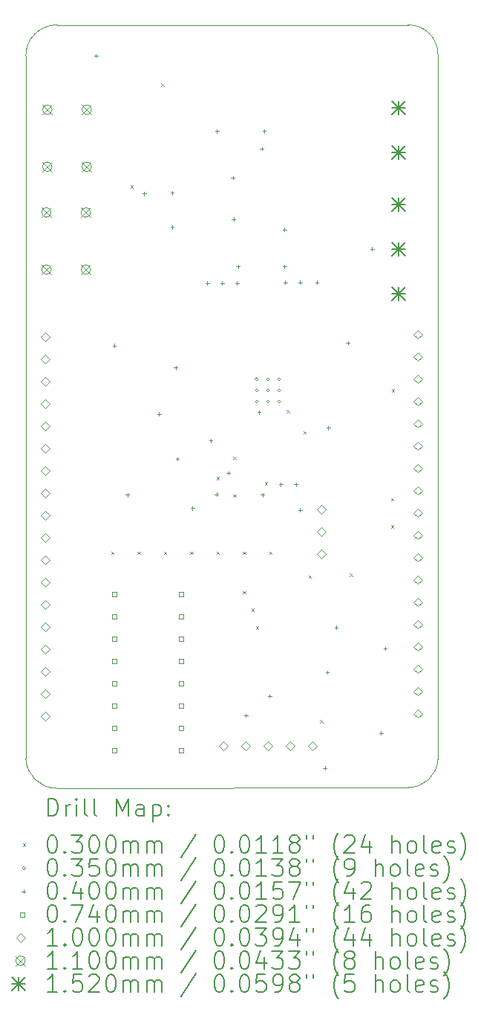
<source format=gbr>
%TF.GenerationSoftware,KiCad,Pcbnew,8.0.6*%
%TF.CreationDate,2024-11-13T15:41:56-05:00*%
%TF.ProjectId,KiCAD-RFM69,4b694341-442d-4524-964d-36392e6b6963,rev?*%
%TF.SameCoordinates,Original*%
%TF.FileFunction,Drillmap*%
%TF.FilePolarity,Positive*%
%FSLAX45Y45*%
G04 Gerber Fmt 4.5, Leading zero omitted, Abs format (unit mm)*
G04 Created by KiCad (PCBNEW 8.0.6) date 2024-11-13 15:41:56*
%MOMM*%
%LPD*%
G01*
G04 APERTURE LIST*
%ADD10C,0.100000*%
%ADD11C,0.200000*%
%ADD12C,0.110000*%
%ADD13C,0.152000*%
G04 APERTURE END LIST*
D10*
X14360000Y-6300416D02*
G75*
G02*
X14699735Y-6630000I10000J-329584D01*
G01*
X10360000Y-6300000D02*
X14360000Y-6300416D01*
X14700000Y-14659584D02*
G75*
G02*
X14360560Y-14980004I-330000J9584D01*
G01*
X14360560Y-14980004D02*
X10350000Y-14990223D01*
X10000000Y-14652513D02*
X10000000Y-6660000D01*
X10350000Y-14990223D02*
G75*
G02*
X10000000Y-14652513I0J350224D01*
G01*
X14700000Y-6630000D02*
X14700000Y-14659584D01*
X10000000Y-6660000D02*
G75*
G02*
X10360000Y-6300000I350000J10000D01*
G01*
D11*
D10*
X10975000Y-12295000D02*
X11005000Y-12325000D01*
X11005000Y-12295000D02*
X10975000Y-12325000D01*
X11195000Y-8125000D02*
X11225000Y-8155000D01*
X11225000Y-8125000D02*
X11195000Y-8155000D01*
X11275000Y-12295000D02*
X11305000Y-12325000D01*
X11305000Y-12295000D02*
X11275000Y-12325000D01*
X11545000Y-6965000D02*
X11575000Y-6995000D01*
X11575000Y-6965000D02*
X11545000Y-6995000D01*
X11575000Y-12295000D02*
X11605000Y-12325000D01*
X11605000Y-12295000D02*
X11575000Y-12325000D01*
X11875000Y-12295000D02*
X11905000Y-12325000D01*
X11905000Y-12295000D02*
X11875000Y-12325000D01*
X12175000Y-11445000D02*
X12205000Y-11475000D01*
X12205000Y-11445000D02*
X12175000Y-11475000D01*
X12175000Y-12295000D02*
X12205000Y-12325000D01*
X12205000Y-12295000D02*
X12175000Y-12325000D01*
X12365000Y-11215000D02*
X12395000Y-11245000D01*
X12395000Y-11215000D02*
X12365000Y-11245000D01*
X12365000Y-11645000D02*
X12395000Y-11675000D01*
X12395000Y-11645000D02*
X12365000Y-11675000D01*
X12475000Y-12295000D02*
X12505000Y-12325000D01*
X12505000Y-12295000D02*
X12475000Y-12325000D01*
X12475000Y-12745000D02*
X12505000Y-12775000D01*
X12505000Y-12745000D02*
X12475000Y-12775000D01*
X12575000Y-12945000D02*
X12605000Y-12975000D01*
X12605000Y-12945000D02*
X12575000Y-12975000D01*
X12625000Y-13145000D02*
X12655000Y-13175000D01*
X12655000Y-13145000D02*
X12625000Y-13175000D01*
X12725000Y-11505000D02*
X12755000Y-11535000D01*
X12755000Y-11505000D02*
X12725000Y-11535000D01*
X12775000Y-12295000D02*
X12805000Y-12325000D01*
X12805000Y-12295000D02*
X12775000Y-12325000D01*
X12975000Y-10685000D02*
X13005000Y-10715000D01*
X13005000Y-10685000D02*
X12975000Y-10715000D01*
X13165000Y-10925000D02*
X13195000Y-10955000D01*
X13195000Y-10925000D02*
X13165000Y-10955000D01*
X13225000Y-12565000D02*
X13255000Y-12595000D01*
X13255000Y-12565000D02*
X13225000Y-12595000D01*
X13355000Y-14215000D02*
X13385000Y-14245000D01*
X13385000Y-14215000D02*
X13355000Y-14245000D01*
X13695000Y-12545000D02*
X13725000Y-12575000D01*
X13725000Y-12545000D02*
X13695000Y-12575000D01*
X14165000Y-11685000D02*
X14195000Y-11715000D01*
X14195000Y-11685000D02*
X14165000Y-11715000D01*
X14165000Y-11995000D02*
X14195000Y-12025000D01*
X14195000Y-11995000D02*
X14165000Y-12025000D01*
X14175000Y-10445000D02*
X14205000Y-10475000D01*
X14205000Y-10445000D02*
X14175000Y-10475000D01*
X12650000Y-10332500D02*
G75*
G02*
X12615000Y-10332500I-17500J0D01*
G01*
X12615000Y-10332500D02*
G75*
G02*
X12650000Y-10332500I17500J0D01*
G01*
X12650000Y-10460000D02*
G75*
G02*
X12615000Y-10460000I-17500J0D01*
G01*
X12615000Y-10460000D02*
G75*
G02*
X12650000Y-10460000I17500J0D01*
G01*
X12650000Y-10587500D02*
G75*
G02*
X12615000Y-10587500I-17500J0D01*
G01*
X12615000Y-10587500D02*
G75*
G02*
X12650000Y-10587500I17500J0D01*
G01*
X12777500Y-10332500D02*
G75*
G02*
X12742500Y-10332500I-17500J0D01*
G01*
X12742500Y-10332500D02*
G75*
G02*
X12777500Y-10332500I17500J0D01*
G01*
X12777500Y-10460000D02*
G75*
G02*
X12742500Y-10460000I-17500J0D01*
G01*
X12742500Y-10460000D02*
G75*
G02*
X12777500Y-10460000I17500J0D01*
G01*
X12777500Y-10587500D02*
G75*
G02*
X12742500Y-10587500I-17500J0D01*
G01*
X12742500Y-10587500D02*
G75*
G02*
X12777500Y-10587500I17500J0D01*
G01*
X12905000Y-10332500D02*
G75*
G02*
X12870000Y-10332500I-17500J0D01*
G01*
X12870000Y-10332500D02*
G75*
G02*
X12905000Y-10332500I17500J0D01*
G01*
X12905000Y-10460000D02*
G75*
G02*
X12870000Y-10460000I-17500J0D01*
G01*
X12870000Y-10460000D02*
G75*
G02*
X12905000Y-10460000I17500J0D01*
G01*
X12905000Y-10587500D02*
G75*
G02*
X12870000Y-10587500I-17500J0D01*
G01*
X12870000Y-10587500D02*
G75*
G02*
X12905000Y-10587500I17500J0D01*
G01*
X10800000Y-6630000D02*
X10800000Y-6670000D01*
X10780000Y-6650000D02*
X10820000Y-6650000D01*
X11010000Y-9930000D02*
X11010000Y-9970000D01*
X10990000Y-9950000D02*
X11030000Y-9950000D01*
X11160000Y-11630000D02*
X11160000Y-11670000D01*
X11140000Y-11650000D02*
X11180000Y-11650000D01*
X11350000Y-8200000D02*
X11350000Y-8240000D01*
X11330000Y-8220000D02*
X11370000Y-8220000D01*
X11520000Y-10710000D02*
X11520000Y-10750000D01*
X11500000Y-10730000D02*
X11540000Y-10730000D01*
X11670000Y-8190000D02*
X11670000Y-8230000D01*
X11650000Y-8210000D02*
X11690000Y-8210000D01*
X11670000Y-8580000D02*
X11670000Y-8620000D01*
X11650000Y-8600000D02*
X11690000Y-8600000D01*
X11710000Y-10180000D02*
X11710000Y-10220000D01*
X11690000Y-10200000D02*
X11730000Y-10200000D01*
X11730000Y-11220000D02*
X11730000Y-11260000D01*
X11710000Y-11240000D02*
X11750000Y-11240000D01*
X11900000Y-11780000D02*
X11900000Y-11820000D01*
X11880000Y-11800000D02*
X11920000Y-11800000D01*
X12070000Y-9220000D02*
X12070000Y-9260000D01*
X12050000Y-9240000D02*
X12090000Y-9240000D01*
X12110000Y-11010000D02*
X12110000Y-11050000D01*
X12090000Y-11030000D02*
X12130000Y-11030000D01*
X12175000Y-11625000D02*
X12175000Y-11665000D01*
X12155000Y-11645000D02*
X12195000Y-11645000D01*
X12180000Y-7490000D02*
X12180000Y-7530000D01*
X12160000Y-7510000D02*
X12200000Y-7510000D01*
X12240000Y-9220000D02*
X12240000Y-9260000D01*
X12220000Y-9240000D02*
X12260000Y-9240000D01*
X12310000Y-11380000D02*
X12310000Y-11420000D01*
X12290000Y-11400000D02*
X12330000Y-11400000D01*
X12360000Y-8020000D02*
X12360000Y-8060000D01*
X12340000Y-8040000D02*
X12380000Y-8040000D01*
X12370000Y-8490000D02*
X12370000Y-8530000D01*
X12350000Y-8510000D02*
X12390000Y-8510000D01*
X12410000Y-9220000D02*
X12410000Y-9260000D01*
X12390000Y-9240000D02*
X12430000Y-9240000D01*
X12420000Y-9030000D02*
X12420000Y-9070000D01*
X12400000Y-9050000D02*
X12440000Y-9050000D01*
X12510000Y-14140000D02*
X12510000Y-14180000D01*
X12490000Y-14160000D02*
X12530000Y-14160000D01*
X12660000Y-10690000D02*
X12660000Y-10730000D01*
X12640000Y-10710000D02*
X12680000Y-10710000D01*
X12690000Y-7690000D02*
X12690000Y-7730000D01*
X12670000Y-7710000D02*
X12710000Y-7710000D01*
X12700000Y-11630000D02*
X12700000Y-11670000D01*
X12680000Y-11650000D02*
X12720000Y-11650000D01*
X12720000Y-7490000D02*
X12720000Y-7530000D01*
X12700000Y-7510000D02*
X12740000Y-7510000D01*
X12780000Y-13920000D02*
X12780000Y-13960000D01*
X12760000Y-13940000D02*
X12800000Y-13940000D01*
X12910000Y-11510000D02*
X12910000Y-11550000D01*
X12890000Y-11530000D02*
X12930000Y-11530000D01*
X12950000Y-8610000D02*
X12950000Y-8650000D01*
X12930000Y-8630000D02*
X12970000Y-8630000D01*
X12950000Y-9030000D02*
X12950000Y-9070000D01*
X12930000Y-9050000D02*
X12970000Y-9050000D01*
X12960000Y-9210000D02*
X12960000Y-9250000D01*
X12940000Y-9230000D02*
X12980000Y-9230000D01*
X13080000Y-11510000D02*
X13080000Y-11550000D01*
X13060000Y-11530000D02*
X13100000Y-11530000D01*
X13130000Y-9210000D02*
X13130000Y-9250000D01*
X13110000Y-9230000D02*
X13150000Y-9230000D01*
X13130000Y-11800000D02*
X13130000Y-11840000D01*
X13110000Y-11820000D02*
X13150000Y-11820000D01*
X13320000Y-9210000D02*
X13320000Y-9250000D01*
X13300000Y-9230000D02*
X13340000Y-9230000D01*
X13410000Y-14740000D02*
X13410000Y-14780000D01*
X13390000Y-14760000D02*
X13430000Y-14760000D01*
X13440000Y-13650000D02*
X13440000Y-13690000D01*
X13420000Y-13670000D02*
X13460000Y-13670000D01*
X13450000Y-10867500D02*
X13450000Y-10907500D01*
X13430000Y-10887500D02*
X13470000Y-10887500D01*
X13540000Y-13140000D02*
X13540000Y-13180000D01*
X13520000Y-13160000D02*
X13560000Y-13160000D01*
X13672500Y-9900000D02*
X13672500Y-9940000D01*
X13652500Y-9920000D02*
X13692500Y-9920000D01*
X13950000Y-8830000D02*
X13950000Y-8870000D01*
X13930000Y-8850000D02*
X13970000Y-8850000D01*
X14050000Y-14340000D02*
X14050000Y-14380000D01*
X14030000Y-14360000D02*
X14070000Y-14360000D01*
X14100000Y-13380000D02*
X14100000Y-13420000D01*
X14080000Y-13400000D02*
X14120000Y-13400000D01*
X11036163Y-12808163D02*
X11036163Y-12755837D01*
X10983837Y-12755837D01*
X10983837Y-12808163D01*
X11036163Y-12808163D01*
X11036163Y-13062163D02*
X11036163Y-13009837D01*
X10983837Y-13009837D01*
X10983837Y-13062163D01*
X11036163Y-13062163D01*
X11036163Y-13316163D02*
X11036163Y-13263837D01*
X10983837Y-13263837D01*
X10983837Y-13316163D01*
X11036163Y-13316163D01*
X11036163Y-13570163D02*
X11036163Y-13517837D01*
X10983837Y-13517837D01*
X10983837Y-13570163D01*
X11036163Y-13570163D01*
X11036163Y-13824163D02*
X11036163Y-13771837D01*
X10983837Y-13771837D01*
X10983837Y-13824163D01*
X11036163Y-13824163D01*
X11036163Y-14078163D02*
X11036163Y-14025837D01*
X10983837Y-14025837D01*
X10983837Y-14078163D01*
X11036163Y-14078163D01*
X11036163Y-14332163D02*
X11036163Y-14279837D01*
X10983837Y-14279837D01*
X10983837Y-14332163D01*
X11036163Y-14332163D01*
X11036163Y-14586163D02*
X11036163Y-14533837D01*
X10983837Y-14533837D01*
X10983837Y-14586163D01*
X11036163Y-14586163D01*
X11798163Y-12808163D02*
X11798163Y-12755837D01*
X11745837Y-12755837D01*
X11745837Y-12808163D01*
X11798163Y-12808163D01*
X11798163Y-13062163D02*
X11798163Y-13009837D01*
X11745837Y-13009837D01*
X11745837Y-13062163D01*
X11798163Y-13062163D01*
X11798163Y-13316163D02*
X11798163Y-13263837D01*
X11745837Y-13263837D01*
X11745837Y-13316163D01*
X11798163Y-13316163D01*
X11798163Y-13570163D02*
X11798163Y-13517837D01*
X11745837Y-13517837D01*
X11745837Y-13570163D01*
X11798163Y-13570163D01*
X11798163Y-13824163D02*
X11798163Y-13771837D01*
X11745837Y-13771837D01*
X11745837Y-13824163D01*
X11798163Y-13824163D01*
X11798163Y-14078163D02*
X11798163Y-14025837D01*
X11745837Y-14025837D01*
X11745837Y-14078163D01*
X11798163Y-14078163D01*
X11798163Y-14332163D02*
X11798163Y-14279837D01*
X11745837Y-14279837D01*
X11745837Y-14332163D01*
X11798163Y-14332163D01*
X11798163Y-14586163D02*
X11798163Y-14533837D01*
X11745837Y-14533837D01*
X11745837Y-14586163D01*
X11798163Y-14586163D01*
X10220000Y-9902000D02*
X10270000Y-9852000D01*
X10220000Y-9802000D01*
X10170000Y-9852000D01*
X10220000Y-9902000D01*
X10220000Y-10156000D02*
X10270000Y-10106000D01*
X10220000Y-10056000D01*
X10170000Y-10106000D01*
X10220000Y-10156000D01*
X10220000Y-10410000D02*
X10270000Y-10360000D01*
X10220000Y-10310000D01*
X10170000Y-10360000D01*
X10220000Y-10410000D01*
X10220000Y-10664000D02*
X10270000Y-10614000D01*
X10220000Y-10564000D01*
X10170000Y-10614000D01*
X10220000Y-10664000D01*
X10220000Y-10918000D02*
X10270000Y-10868000D01*
X10220000Y-10818000D01*
X10170000Y-10868000D01*
X10220000Y-10918000D01*
X10220000Y-11172000D02*
X10270000Y-11122000D01*
X10220000Y-11072000D01*
X10170000Y-11122000D01*
X10220000Y-11172000D01*
X10220000Y-11426000D02*
X10270000Y-11376000D01*
X10220000Y-11326000D01*
X10170000Y-11376000D01*
X10220000Y-11426000D01*
X10220000Y-11680000D02*
X10270000Y-11630000D01*
X10220000Y-11580000D01*
X10170000Y-11630000D01*
X10220000Y-11680000D01*
X10220000Y-11934000D02*
X10270000Y-11884000D01*
X10220000Y-11834000D01*
X10170000Y-11884000D01*
X10220000Y-11934000D01*
X10220000Y-12188000D02*
X10270000Y-12138000D01*
X10220000Y-12088000D01*
X10170000Y-12138000D01*
X10220000Y-12188000D01*
X10220000Y-12442000D02*
X10270000Y-12392000D01*
X10220000Y-12342000D01*
X10170000Y-12392000D01*
X10220000Y-12442000D01*
X10220000Y-12696000D02*
X10270000Y-12646000D01*
X10220000Y-12596000D01*
X10170000Y-12646000D01*
X10220000Y-12696000D01*
X10220000Y-12950000D02*
X10270000Y-12900000D01*
X10220000Y-12850000D01*
X10170000Y-12900000D01*
X10220000Y-12950000D01*
X10220000Y-13204000D02*
X10270000Y-13154000D01*
X10220000Y-13104000D01*
X10170000Y-13154000D01*
X10220000Y-13204000D01*
X10220000Y-13458000D02*
X10270000Y-13408000D01*
X10220000Y-13358000D01*
X10170000Y-13408000D01*
X10220000Y-13458000D01*
X10220000Y-13712000D02*
X10270000Y-13662000D01*
X10220000Y-13612000D01*
X10170000Y-13662000D01*
X10220000Y-13712000D01*
X10220000Y-13966000D02*
X10270000Y-13916000D01*
X10220000Y-13866000D01*
X10170000Y-13916000D01*
X10220000Y-13966000D01*
X10220000Y-14220000D02*
X10270000Y-14170000D01*
X10220000Y-14120000D01*
X10170000Y-14170000D01*
X10220000Y-14220000D01*
X12252000Y-14560000D02*
X12302000Y-14510000D01*
X12252000Y-14460000D01*
X12202000Y-14510000D01*
X12252000Y-14560000D01*
X12506000Y-14560000D02*
X12556000Y-14510000D01*
X12506000Y-14460000D01*
X12456000Y-14510000D01*
X12506000Y-14560000D01*
X12760000Y-14560000D02*
X12810000Y-14510000D01*
X12760000Y-14460000D01*
X12710000Y-14510000D01*
X12760000Y-14560000D01*
X13014000Y-14560000D02*
X13064000Y-14510000D01*
X13014000Y-14460000D01*
X12964000Y-14510000D01*
X13014000Y-14560000D01*
X13268000Y-14560000D02*
X13318000Y-14510000D01*
X13268000Y-14460000D01*
X13218000Y-14510000D01*
X13268000Y-14560000D01*
X13370000Y-11866000D02*
X13420000Y-11816000D01*
X13370000Y-11766000D01*
X13320000Y-11816000D01*
X13370000Y-11866000D01*
X13370000Y-12120000D02*
X13420000Y-12070000D01*
X13370000Y-12020000D01*
X13320000Y-12070000D01*
X13370000Y-12120000D01*
X13370000Y-12374000D02*
X13420000Y-12324000D01*
X13370000Y-12274000D01*
X13320000Y-12324000D01*
X13370000Y-12374000D01*
X14470000Y-9872000D02*
X14520000Y-9822000D01*
X14470000Y-9772000D01*
X14420000Y-9822000D01*
X14470000Y-9872000D01*
X14470000Y-10126000D02*
X14520000Y-10076000D01*
X14470000Y-10026000D01*
X14420000Y-10076000D01*
X14470000Y-10126000D01*
X14470000Y-10380000D02*
X14520000Y-10330000D01*
X14470000Y-10280000D01*
X14420000Y-10330000D01*
X14470000Y-10380000D01*
X14470000Y-10634000D02*
X14520000Y-10584000D01*
X14470000Y-10534000D01*
X14420000Y-10584000D01*
X14470000Y-10634000D01*
X14470000Y-10888000D02*
X14520000Y-10838000D01*
X14470000Y-10788000D01*
X14420000Y-10838000D01*
X14470000Y-10888000D01*
X14470000Y-11142000D02*
X14520000Y-11092000D01*
X14470000Y-11042000D01*
X14420000Y-11092000D01*
X14470000Y-11142000D01*
X14470000Y-11396000D02*
X14520000Y-11346000D01*
X14470000Y-11296000D01*
X14420000Y-11346000D01*
X14470000Y-11396000D01*
X14470000Y-11650000D02*
X14520000Y-11600000D01*
X14470000Y-11550000D01*
X14420000Y-11600000D01*
X14470000Y-11650000D01*
X14470000Y-11904000D02*
X14520000Y-11854000D01*
X14470000Y-11804000D01*
X14420000Y-11854000D01*
X14470000Y-11904000D01*
X14470000Y-12158000D02*
X14520000Y-12108000D01*
X14470000Y-12058000D01*
X14420000Y-12108000D01*
X14470000Y-12158000D01*
X14470000Y-12412000D02*
X14520000Y-12362000D01*
X14470000Y-12312000D01*
X14420000Y-12362000D01*
X14470000Y-12412000D01*
X14470000Y-12666000D02*
X14520000Y-12616000D01*
X14470000Y-12566000D01*
X14420000Y-12616000D01*
X14470000Y-12666000D01*
X14470000Y-12920000D02*
X14520000Y-12870000D01*
X14470000Y-12820000D01*
X14420000Y-12870000D01*
X14470000Y-12920000D01*
X14470000Y-13174000D02*
X14520000Y-13124000D01*
X14470000Y-13074000D01*
X14420000Y-13124000D01*
X14470000Y-13174000D01*
X14470000Y-13428000D02*
X14520000Y-13378000D01*
X14470000Y-13328000D01*
X14420000Y-13378000D01*
X14470000Y-13428000D01*
X14470000Y-13682000D02*
X14520000Y-13632000D01*
X14470000Y-13582000D01*
X14420000Y-13632000D01*
X14470000Y-13682000D01*
X14470000Y-13936000D02*
X14520000Y-13886000D01*
X14470000Y-13836000D01*
X14420000Y-13886000D01*
X14470000Y-13936000D01*
X14470000Y-14190000D02*
X14520000Y-14140000D01*
X14470000Y-14090000D01*
X14420000Y-14140000D01*
X14470000Y-14190000D01*
D12*
X10180000Y-8380000D02*
X10290000Y-8490000D01*
X10290000Y-8380000D02*
X10180000Y-8490000D01*
X10290000Y-8435000D02*
G75*
G02*
X10180000Y-8435000I-55000J0D01*
G01*
X10180000Y-8435000D02*
G75*
G02*
X10290000Y-8435000I55000J0D01*
G01*
X10180000Y-9030000D02*
X10290000Y-9140000D01*
X10290000Y-9030000D02*
X10180000Y-9140000D01*
X10290000Y-9085000D02*
G75*
G02*
X10180000Y-9085000I-55000J0D01*
G01*
X10180000Y-9085000D02*
G75*
G02*
X10290000Y-9085000I55000J0D01*
G01*
X10190000Y-7210000D02*
X10300000Y-7320000D01*
X10300000Y-7210000D02*
X10190000Y-7320000D01*
X10300000Y-7265000D02*
G75*
G02*
X10190000Y-7265000I-55000J0D01*
G01*
X10190000Y-7265000D02*
G75*
G02*
X10300000Y-7265000I55000J0D01*
G01*
X10190000Y-7860000D02*
X10300000Y-7970000D01*
X10300000Y-7860000D02*
X10190000Y-7970000D01*
X10300000Y-7915000D02*
G75*
G02*
X10190000Y-7915000I-55000J0D01*
G01*
X10190000Y-7915000D02*
G75*
G02*
X10300000Y-7915000I55000J0D01*
G01*
X10630000Y-8380000D02*
X10740000Y-8490000D01*
X10740000Y-8380000D02*
X10630000Y-8490000D01*
X10740000Y-8435000D02*
G75*
G02*
X10630000Y-8435000I-55000J0D01*
G01*
X10630000Y-8435000D02*
G75*
G02*
X10740000Y-8435000I55000J0D01*
G01*
X10630000Y-9030000D02*
X10740000Y-9140000D01*
X10740000Y-9030000D02*
X10630000Y-9140000D01*
X10740000Y-9085000D02*
G75*
G02*
X10630000Y-9085000I-55000J0D01*
G01*
X10630000Y-9085000D02*
G75*
G02*
X10740000Y-9085000I55000J0D01*
G01*
X10640000Y-7210000D02*
X10750000Y-7320000D01*
X10750000Y-7210000D02*
X10640000Y-7320000D01*
X10750000Y-7265000D02*
G75*
G02*
X10640000Y-7265000I-55000J0D01*
G01*
X10640000Y-7265000D02*
G75*
G02*
X10750000Y-7265000I55000J0D01*
G01*
X10640000Y-7860000D02*
X10750000Y-7970000D01*
X10750000Y-7860000D02*
X10640000Y-7970000D01*
X10750000Y-7915000D02*
G75*
G02*
X10640000Y-7915000I-55000J0D01*
G01*
X10640000Y-7915000D02*
G75*
G02*
X10750000Y-7915000I55000J0D01*
G01*
D13*
X14174000Y-7170000D02*
X14326000Y-7322000D01*
X14326000Y-7170000D02*
X14174000Y-7322000D01*
X14250000Y-7170000D02*
X14250000Y-7322000D01*
X14174000Y-7246000D02*
X14326000Y-7246000D01*
X14174000Y-7678000D02*
X14326000Y-7830000D01*
X14326000Y-7678000D02*
X14174000Y-7830000D01*
X14250000Y-7678000D02*
X14250000Y-7830000D01*
X14174000Y-7754000D02*
X14326000Y-7754000D01*
X14174000Y-8266000D02*
X14326000Y-8418000D01*
X14326000Y-8266000D02*
X14174000Y-8418000D01*
X14250000Y-8266000D02*
X14250000Y-8418000D01*
X14174000Y-8342000D02*
X14326000Y-8342000D01*
X14174000Y-8774000D02*
X14326000Y-8926000D01*
X14326000Y-8774000D02*
X14174000Y-8926000D01*
X14250000Y-8774000D02*
X14250000Y-8926000D01*
X14174000Y-8850000D02*
X14326000Y-8850000D01*
X14174000Y-9282000D02*
X14326000Y-9434000D01*
X14326000Y-9282000D02*
X14174000Y-9434000D01*
X14250000Y-9282000D02*
X14250000Y-9434000D01*
X14174000Y-9358000D02*
X14326000Y-9358000D01*
D11*
X10255634Y-15306707D02*
X10255634Y-15106707D01*
X10255634Y-15106707D02*
X10303253Y-15106707D01*
X10303253Y-15106707D02*
X10331825Y-15116231D01*
X10331825Y-15116231D02*
X10350872Y-15135279D01*
X10350872Y-15135279D02*
X10360396Y-15154326D01*
X10360396Y-15154326D02*
X10369920Y-15192421D01*
X10369920Y-15192421D02*
X10369920Y-15220993D01*
X10369920Y-15220993D02*
X10360396Y-15259088D01*
X10360396Y-15259088D02*
X10350872Y-15278136D01*
X10350872Y-15278136D02*
X10331825Y-15297183D01*
X10331825Y-15297183D02*
X10303253Y-15306707D01*
X10303253Y-15306707D02*
X10255634Y-15306707D01*
X10455634Y-15306707D02*
X10455634Y-15173374D01*
X10455634Y-15211469D02*
X10465158Y-15192421D01*
X10465158Y-15192421D02*
X10474682Y-15182898D01*
X10474682Y-15182898D02*
X10493729Y-15173374D01*
X10493729Y-15173374D02*
X10512777Y-15173374D01*
X10579444Y-15306707D02*
X10579444Y-15173374D01*
X10579444Y-15106707D02*
X10569920Y-15116231D01*
X10569920Y-15116231D02*
X10579444Y-15125755D01*
X10579444Y-15125755D02*
X10588967Y-15116231D01*
X10588967Y-15116231D02*
X10579444Y-15106707D01*
X10579444Y-15106707D02*
X10579444Y-15125755D01*
X10703253Y-15306707D02*
X10684205Y-15297183D01*
X10684205Y-15297183D02*
X10674682Y-15278136D01*
X10674682Y-15278136D02*
X10674682Y-15106707D01*
X10808015Y-15306707D02*
X10788967Y-15297183D01*
X10788967Y-15297183D02*
X10779444Y-15278136D01*
X10779444Y-15278136D02*
X10779444Y-15106707D01*
X11036586Y-15306707D02*
X11036586Y-15106707D01*
X11036586Y-15106707D02*
X11103253Y-15249564D01*
X11103253Y-15249564D02*
X11169920Y-15106707D01*
X11169920Y-15106707D02*
X11169920Y-15306707D01*
X11350872Y-15306707D02*
X11350872Y-15201945D01*
X11350872Y-15201945D02*
X11341348Y-15182898D01*
X11341348Y-15182898D02*
X11322301Y-15173374D01*
X11322301Y-15173374D02*
X11284205Y-15173374D01*
X11284205Y-15173374D02*
X11265158Y-15182898D01*
X11350872Y-15297183D02*
X11331824Y-15306707D01*
X11331824Y-15306707D02*
X11284205Y-15306707D01*
X11284205Y-15306707D02*
X11265158Y-15297183D01*
X11265158Y-15297183D02*
X11255634Y-15278136D01*
X11255634Y-15278136D02*
X11255634Y-15259088D01*
X11255634Y-15259088D02*
X11265158Y-15240041D01*
X11265158Y-15240041D02*
X11284205Y-15230517D01*
X11284205Y-15230517D02*
X11331824Y-15230517D01*
X11331824Y-15230517D02*
X11350872Y-15220993D01*
X11446110Y-15173374D02*
X11446110Y-15373374D01*
X11446110Y-15182898D02*
X11465158Y-15173374D01*
X11465158Y-15173374D02*
X11503253Y-15173374D01*
X11503253Y-15173374D02*
X11522301Y-15182898D01*
X11522301Y-15182898D02*
X11531824Y-15192421D01*
X11531824Y-15192421D02*
X11541348Y-15211469D01*
X11541348Y-15211469D02*
X11541348Y-15268612D01*
X11541348Y-15268612D02*
X11531824Y-15287660D01*
X11531824Y-15287660D02*
X11522301Y-15297183D01*
X11522301Y-15297183D02*
X11503253Y-15306707D01*
X11503253Y-15306707D02*
X11465158Y-15306707D01*
X11465158Y-15306707D02*
X11446110Y-15297183D01*
X11627063Y-15287660D02*
X11636586Y-15297183D01*
X11636586Y-15297183D02*
X11627063Y-15306707D01*
X11627063Y-15306707D02*
X11617539Y-15297183D01*
X11617539Y-15297183D02*
X11627063Y-15287660D01*
X11627063Y-15287660D02*
X11627063Y-15306707D01*
X11627063Y-15182898D02*
X11636586Y-15192421D01*
X11636586Y-15192421D02*
X11627063Y-15201945D01*
X11627063Y-15201945D02*
X11617539Y-15192421D01*
X11617539Y-15192421D02*
X11627063Y-15182898D01*
X11627063Y-15182898D02*
X11627063Y-15201945D01*
D10*
X9964857Y-15620223D02*
X9994857Y-15650223D01*
X9994857Y-15620223D02*
X9964857Y-15650223D01*
D11*
X10293729Y-15526707D02*
X10312777Y-15526707D01*
X10312777Y-15526707D02*
X10331825Y-15536231D01*
X10331825Y-15536231D02*
X10341348Y-15545755D01*
X10341348Y-15545755D02*
X10350872Y-15564802D01*
X10350872Y-15564802D02*
X10360396Y-15602898D01*
X10360396Y-15602898D02*
X10360396Y-15650517D01*
X10360396Y-15650517D02*
X10350872Y-15688612D01*
X10350872Y-15688612D02*
X10341348Y-15707660D01*
X10341348Y-15707660D02*
X10331825Y-15717183D01*
X10331825Y-15717183D02*
X10312777Y-15726707D01*
X10312777Y-15726707D02*
X10293729Y-15726707D01*
X10293729Y-15726707D02*
X10274682Y-15717183D01*
X10274682Y-15717183D02*
X10265158Y-15707660D01*
X10265158Y-15707660D02*
X10255634Y-15688612D01*
X10255634Y-15688612D02*
X10246110Y-15650517D01*
X10246110Y-15650517D02*
X10246110Y-15602898D01*
X10246110Y-15602898D02*
X10255634Y-15564802D01*
X10255634Y-15564802D02*
X10265158Y-15545755D01*
X10265158Y-15545755D02*
X10274682Y-15536231D01*
X10274682Y-15536231D02*
X10293729Y-15526707D01*
X10446110Y-15707660D02*
X10455634Y-15717183D01*
X10455634Y-15717183D02*
X10446110Y-15726707D01*
X10446110Y-15726707D02*
X10436586Y-15717183D01*
X10436586Y-15717183D02*
X10446110Y-15707660D01*
X10446110Y-15707660D02*
X10446110Y-15726707D01*
X10522301Y-15526707D02*
X10646110Y-15526707D01*
X10646110Y-15526707D02*
X10579444Y-15602898D01*
X10579444Y-15602898D02*
X10608015Y-15602898D01*
X10608015Y-15602898D02*
X10627063Y-15612421D01*
X10627063Y-15612421D02*
X10636586Y-15621945D01*
X10636586Y-15621945D02*
X10646110Y-15640993D01*
X10646110Y-15640993D02*
X10646110Y-15688612D01*
X10646110Y-15688612D02*
X10636586Y-15707660D01*
X10636586Y-15707660D02*
X10627063Y-15717183D01*
X10627063Y-15717183D02*
X10608015Y-15726707D01*
X10608015Y-15726707D02*
X10550872Y-15726707D01*
X10550872Y-15726707D02*
X10531825Y-15717183D01*
X10531825Y-15717183D02*
X10522301Y-15707660D01*
X10769920Y-15526707D02*
X10788967Y-15526707D01*
X10788967Y-15526707D02*
X10808015Y-15536231D01*
X10808015Y-15536231D02*
X10817539Y-15545755D01*
X10817539Y-15545755D02*
X10827063Y-15564802D01*
X10827063Y-15564802D02*
X10836586Y-15602898D01*
X10836586Y-15602898D02*
X10836586Y-15650517D01*
X10836586Y-15650517D02*
X10827063Y-15688612D01*
X10827063Y-15688612D02*
X10817539Y-15707660D01*
X10817539Y-15707660D02*
X10808015Y-15717183D01*
X10808015Y-15717183D02*
X10788967Y-15726707D01*
X10788967Y-15726707D02*
X10769920Y-15726707D01*
X10769920Y-15726707D02*
X10750872Y-15717183D01*
X10750872Y-15717183D02*
X10741348Y-15707660D01*
X10741348Y-15707660D02*
X10731825Y-15688612D01*
X10731825Y-15688612D02*
X10722301Y-15650517D01*
X10722301Y-15650517D02*
X10722301Y-15602898D01*
X10722301Y-15602898D02*
X10731825Y-15564802D01*
X10731825Y-15564802D02*
X10741348Y-15545755D01*
X10741348Y-15545755D02*
X10750872Y-15536231D01*
X10750872Y-15536231D02*
X10769920Y-15526707D01*
X10960396Y-15526707D02*
X10979444Y-15526707D01*
X10979444Y-15526707D02*
X10998491Y-15536231D01*
X10998491Y-15536231D02*
X11008015Y-15545755D01*
X11008015Y-15545755D02*
X11017539Y-15564802D01*
X11017539Y-15564802D02*
X11027063Y-15602898D01*
X11027063Y-15602898D02*
X11027063Y-15650517D01*
X11027063Y-15650517D02*
X11017539Y-15688612D01*
X11017539Y-15688612D02*
X11008015Y-15707660D01*
X11008015Y-15707660D02*
X10998491Y-15717183D01*
X10998491Y-15717183D02*
X10979444Y-15726707D01*
X10979444Y-15726707D02*
X10960396Y-15726707D01*
X10960396Y-15726707D02*
X10941348Y-15717183D01*
X10941348Y-15717183D02*
X10931825Y-15707660D01*
X10931825Y-15707660D02*
X10922301Y-15688612D01*
X10922301Y-15688612D02*
X10912777Y-15650517D01*
X10912777Y-15650517D02*
X10912777Y-15602898D01*
X10912777Y-15602898D02*
X10922301Y-15564802D01*
X10922301Y-15564802D02*
X10931825Y-15545755D01*
X10931825Y-15545755D02*
X10941348Y-15536231D01*
X10941348Y-15536231D02*
X10960396Y-15526707D01*
X11112777Y-15726707D02*
X11112777Y-15593374D01*
X11112777Y-15612421D02*
X11122301Y-15602898D01*
X11122301Y-15602898D02*
X11141348Y-15593374D01*
X11141348Y-15593374D02*
X11169920Y-15593374D01*
X11169920Y-15593374D02*
X11188967Y-15602898D01*
X11188967Y-15602898D02*
X11198491Y-15621945D01*
X11198491Y-15621945D02*
X11198491Y-15726707D01*
X11198491Y-15621945D02*
X11208015Y-15602898D01*
X11208015Y-15602898D02*
X11227063Y-15593374D01*
X11227063Y-15593374D02*
X11255634Y-15593374D01*
X11255634Y-15593374D02*
X11274682Y-15602898D01*
X11274682Y-15602898D02*
X11284205Y-15621945D01*
X11284205Y-15621945D02*
X11284205Y-15726707D01*
X11379444Y-15726707D02*
X11379444Y-15593374D01*
X11379444Y-15612421D02*
X11388967Y-15602898D01*
X11388967Y-15602898D02*
X11408015Y-15593374D01*
X11408015Y-15593374D02*
X11436586Y-15593374D01*
X11436586Y-15593374D02*
X11455634Y-15602898D01*
X11455634Y-15602898D02*
X11465158Y-15621945D01*
X11465158Y-15621945D02*
X11465158Y-15726707D01*
X11465158Y-15621945D02*
X11474682Y-15602898D01*
X11474682Y-15602898D02*
X11493729Y-15593374D01*
X11493729Y-15593374D02*
X11522301Y-15593374D01*
X11522301Y-15593374D02*
X11541348Y-15602898D01*
X11541348Y-15602898D02*
X11550872Y-15621945D01*
X11550872Y-15621945D02*
X11550872Y-15726707D01*
X11941348Y-15517183D02*
X11769920Y-15774326D01*
X12198491Y-15526707D02*
X12217539Y-15526707D01*
X12217539Y-15526707D02*
X12236587Y-15536231D01*
X12236587Y-15536231D02*
X12246110Y-15545755D01*
X12246110Y-15545755D02*
X12255634Y-15564802D01*
X12255634Y-15564802D02*
X12265158Y-15602898D01*
X12265158Y-15602898D02*
X12265158Y-15650517D01*
X12265158Y-15650517D02*
X12255634Y-15688612D01*
X12255634Y-15688612D02*
X12246110Y-15707660D01*
X12246110Y-15707660D02*
X12236587Y-15717183D01*
X12236587Y-15717183D02*
X12217539Y-15726707D01*
X12217539Y-15726707D02*
X12198491Y-15726707D01*
X12198491Y-15726707D02*
X12179444Y-15717183D01*
X12179444Y-15717183D02*
X12169920Y-15707660D01*
X12169920Y-15707660D02*
X12160396Y-15688612D01*
X12160396Y-15688612D02*
X12150872Y-15650517D01*
X12150872Y-15650517D02*
X12150872Y-15602898D01*
X12150872Y-15602898D02*
X12160396Y-15564802D01*
X12160396Y-15564802D02*
X12169920Y-15545755D01*
X12169920Y-15545755D02*
X12179444Y-15536231D01*
X12179444Y-15536231D02*
X12198491Y-15526707D01*
X12350872Y-15707660D02*
X12360396Y-15717183D01*
X12360396Y-15717183D02*
X12350872Y-15726707D01*
X12350872Y-15726707D02*
X12341348Y-15717183D01*
X12341348Y-15717183D02*
X12350872Y-15707660D01*
X12350872Y-15707660D02*
X12350872Y-15726707D01*
X12484206Y-15526707D02*
X12503253Y-15526707D01*
X12503253Y-15526707D02*
X12522301Y-15536231D01*
X12522301Y-15536231D02*
X12531825Y-15545755D01*
X12531825Y-15545755D02*
X12541348Y-15564802D01*
X12541348Y-15564802D02*
X12550872Y-15602898D01*
X12550872Y-15602898D02*
X12550872Y-15650517D01*
X12550872Y-15650517D02*
X12541348Y-15688612D01*
X12541348Y-15688612D02*
X12531825Y-15707660D01*
X12531825Y-15707660D02*
X12522301Y-15717183D01*
X12522301Y-15717183D02*
X12503253Y-15726707D01*
X12503253Y-15726707D02*
X12484206Y-15726707D01*
X12484206Y-15726707D02*
X12465158Y-15717183D01*
X12465158Y-15717183D02*
X12455634Y-15707660D01*
X12455634Y-15707660D02*
X12446110Y-15688612D01*
X12446110Y-15688612D02*
X12436587Y-15650517D01*
X12436587Y-15650517D02*
X12436587Y-15602898D01*
X12436587Y-15602898D02*
X12446110Y-15564802D01*
X12446110Y-15564802D02*
X12455634Y-15545755D01*
X12455634Y-15545755D02*
X12465158Y-15536231D01*
X12465158Y-15536231D02*
X12484206Y-15526707D01*
X12741348Y-15726707D02*
X12627063Y-15726707D01*
X12684206Y-15726707D02*
X12684206Y-15526707D01*
X12684206Y-15526707D02*
X12665158Y-15555279D01*
X12665158Y-15555279D02*
X12646110Y-15574326D01*
X12646110Y-15574326D02*
X12627063Y-15583850D01*
X12931825Y-15726707D02*
X12817539Y-15726707D01*
X12874682Y-15726707D02*
X12874682Y-15526707D01*
X12874682Y-15526707D02*
X12855634Y-15555279D01*
X12855634Y-15555279D02*
X12836587Y-15574326D01*
X12836587Y-15574326D02*
X12817539Y-15583850D01*
X13046110Y-15612421D02*
X13027063Y-15602898D01*
X13027063Y-15602898D02*
X13017539Y-15593374D01*
X13017539Y-15593374D02*
X13008015Y-15574326D01*
X13008015Y-15574326D02*
X13008015Y-15564802D01*
X13008015Y-15564802D02*
X13017539Y-15545755D01*
X13017539Y-15545755D02*
X13027063Y-15536231D01*
X13027063Y-15536231D02*
X13046110Y-15526707D01*
X13046110Y-15526707D02*
X13084206Y-15526707D01*
X13084206Y-15526707D02*
X13103253Y-15536231D01*
X13103253Y-15536231D02*
X13112777Y-15545755D01*
X13112777Y-15545755D02*
X13122301Y-15564802D01*
X13122301Y-15564802D02*
X13122301Y-15574326D01*
X13122301Y-15574326D02*
X13112777Y-15593374D01*
X13112777Y-15593374D02*
X13103253Y-15602898D01*
X13103253Y-15602898D02*
X13084206Y-15612421D01*
X13084206Y-15612421D02*
X13046110Y-15612421D01*
X13046110Y-15612421D02*
X13027063Y-15621945D01*
X13027063Y-15621945D02*
X13017539Y-15631469D01*
X13017539Y-15631469D02*
X13008015Y-15650517D01*
X13008015Y-15650517D02*
X13008015Y-15688612D01*
X13008015Y-15688612D02*
X13017539Y-15707660D01*
X13017539Y-15707660D02*
X13027063Y-15717183D01*
X13027063Y-15717183D02*
X13046110Y-15726707D01*
X13046110Y-15726707D02*
X13084206Y-15726707D01*
X13084206Y-15726707D02*
X13103253Y-15717183D01*
X13103253Y-15717183D02*
X13112777Y-15707660D01*
X13112777Y-15707660D02*
X13122301Y-15688612D01*
X13122301Y-15688612D02*
X13122301Y-15650517D01*
X13122301Y-15650517D02*
X13112777Y-15631469D01*
X13112777Y-15631469D02*
X13103253Y-15621945D01*
X13103253Y-15621945D02*
X13084206Y-15612421D01*
X13198491Y-15526707D02*
X13198491Y-15564802D01*
X13274682Y-15526707D02*
X13274682Y-15564802D01*
X13569920Y-15802898D02*
X13560396Y-15793374D01*
X13560396Y-15793374D02*
X13541349Y-15764802D01*
X13541349Y-15764802D02*
X13531825Y-15745755D01*
X13531825Y-15745755D02*
X13522301Y-15717183D01*
X13522301Y-15717183D02*
X13512777Y-15669564D01*
X13512777Y-15669564D02*
X13512777Y-15631469D01*
X13512777Y-15631469D02*
X13522301Y-15583850D01*
X13522301Y-15583850D02*
X13531825Y-15555279D01*
X13531825Y-15555279D02*
X13541349Y-15536231D01*
X13541349Y-15536231D02*
X13560396Y-15507660D01*
X13560396Y-15507660D02*
X13569920Y-15498136D01*
X13636587Y-15545755D02*
X13646110Y-15536231D01*
X13646110Y-15536231D02*
X13665158Y-15526707D01*
X13665158Y-15526707D02*
X13712777Y-15526707D01*
X13712777Y-15526707D02*
X13731825Y-15536231D01*
X13731825Y-15536231D02*
X13741349Y-15545755D01*
X13741349Y-15545755D02*
X13750872Y-15564802D01*
X13750872Y-15564802D02*
X13750872Y-15583850D01*
X13750872Y-15583850D02*
X13741349Y-15612421D01*
X13741349Y-15612421D02*
X13627063Y-15726707D01*
X13627063Y-15726707D02*
X13750872Y-15726707D01*
X13922301Y-15593374D02*
X13922301Y-15726707D01*
X13874682Y-15517183D02*
X13827063Y-15660041D01*
X13827063Y-15660041D02*
X13950872Y-15660041D01*
X14179444Y-15726707D02*
X14179444Y-15526707D01*
X14265158Y-15726707D02*
X14265158Y-15621945D01*
X14265158Y-15621945D02*
X14255634Y-15602898D01*
X14255634Y-15602898D02*
X14236587Y-15593374D01*
X14236587Y-15593374D02*
X14208015Y-15593374D01*
X14208015Y-15593374D02*
X14188968Y-15602898D01*
X14188968Y-15602898D02*
X14179444Y-15612421D01*
X14388968Y-15726707D02*
X14369920Y-15717183D01*
X14369920Y-15717183D02*
X14360396Y-15707660D01*
X14360396Y-15707660D02*
X14350872Y-15688612D01*
X14350872Y-15688612D02*
X14350872Y-15631469D01*
X14350872Y-15631469D02*
X14360396Y-15612421D01*
X14360396Y-15612421D02*
X14369920Y-15602898D01*
X14369920Y-15602898D02*
X14388968Y-15593374D01*
X14388968Y-15593374D02*
X14417539Y-15593374D01*
X14417539Y-15593374D02*
X14436587Y-15602898D01*
X14436587Y-15602898D02*
X14446111Y-15612421D01*
X14446111Y-15612421D02*
X14455634Y-15631469D01*
X14455634Y-15631469D02*
X14455634Y-15688612D01*
X14455634Y-15688612D02*
X14446111Y-15707660D01*
X14446111Y-15707660D02*
X14436587Y-15717183D01*
X14436587Y-15717183D02*
X14417539Y-15726707D01*
X14417539Y-15726707D02*
X14388968Y-15726707D01*
X14569920Y-15726707D02*
X14550872Y-15717183D01*
X14550872Y-15717183D02*
X14541349Y-15698136D01*
X14541349Y-15698136D02*
X14541349Y-15526707D01*
X14722301Y-15717183D02*
X14703253Y-15726707D01*
X14703253Y-15726707D02*
X14665158Y-15726707D01*
X14665158Y-15726707D02*
X14646111Y-15717183D01*
X14646111Y-15717183D02*
X14636587Y-15698136D01*
X14636587Y-15698136D02*
X14636587Y-15621945D01*
X14636587Y-15621945D02*
X14646111Y-15602898D01*
X14646111Y-15602898D02*
X14665158Y-15593374D01*
X14665158Y-15593374D02*
X14703253Y-15593374D01*
X14703253Y-15593374D02*
X14722301Y-15602898D01*
X14722301Y-15602898D02*
X14731825Y-15621945D01*
X14731825Y-15621945D02*
X14731825Y-15640993D01*
X14731825Y-15640993D02*
X14636587Y-15660041D01*
X14808015Y-15717183D02*
X14827063Y-15726707D01*
X14827063Y-15726707D02*
X14865158Y-15726707D01*
X14865158Y-15726707D02*
X14884206Y-15717183D01*
X14884206Y-15717183D02*
X14893730Y-15698136D01*
X14893730Y-15698136D02*
X14893730Y-15688612D01*
X14893730Y-15688612D02*
X14884206Y-15669564D01*
X14884206Y-15669564D02*
X14865158Y-15660041D01*
X14865158Y-15660041D02*
X14836587Y-15660041D01*
X14836587Y-15660041D02*
X14817539Y-15650517D01*
X14817539Y-15650517D02*
X14808015Y-15631469D01*
X14808015Y-15631469D02*
X14808015Y-15621945D01*
X14808015Y-15621945D02*
X14817539Y-15602898D01*
X14817539Y-15602898D02*
X14836587Y-15593374D01*
X14836587Y-15593374D02*
X14865158Y-15593374D01*
X14865158Y-15593374D02*
X14884206Y-15602898D01*
X14960396Y-15802898D02*
X14969920Y-15793374D01*
X14969920Y-15793374D02*
X14988968Y-15764802D01*
X14988968Y-15764802D02*
X14998492Y-15745755D01*
X14998492Y-15745755D02*
X15008015Y-15717183D01*
X15008015Y-15717183D02*
X15017539Y-15669564D01*
X15017539Y-15669564D02*
X15017539Y-15631469D01*
X15017539Y-15631469D02*
X15008015Y-15583850D01*
X15008015Y-15583850D02*
X14998492Y-15555279D01*
X14998492Y-15555279D02*
X14988968Y-15536231D01*
X14988968Y-15536231D02*
X14969920Y-15507660D01*
X14969920Y-15507660D02*
X14960396Y-15498136D01*
D10*
X9994857Y-15899223D02*
G75*
G02*
X9959857Y-15899223I-17500J0D01*
G01*
X9959857Y-15899223D02*
G75*
G02*
X9994857Y-15899223I17500J0D01*
G01*
D11*
X10293729Y-15790707D02*
X10312777Y-15790707D01*
X10312777Y-15790707D02*
X10331825Y-15800231D01*
X10331825Y-15800231D02*
X10341348Y-15809755D01*
X10341348Y-15809755D02*
X10350872Y-15828802D01*
X10350872Y-15828802D02*
X10360396Y-15866898D01*
X10360396Y-15866898D02*
X10360396Y-15914517D01*
X10360396Y-15914517D02*
X10350872Y-15952612D01*
X10350872Y-15952612D02*
X10341348Y-15971660D01*
X10341348Y-15971660D02*
X10331825Y-15981183D01*
X10331825Y-15981183D02*
X10312777Y-15990707D01*
X10312777Y-15990707D02*
X10293729Y-15990707D01*
X10293729Y-15990707D02*
X10274682Y-15981183D01*
X10274682Y-15981183D02*
X10265158Y-15971660D01*
X10265158Y-15971660D02*
X10255634Y-15952612D01*
X10255634Y-15952612D02*
X10246110Y-15914517D01*
X10246110Y-15914517D02*
X10246110Y-15866898D01*
X10246110Y-15866898D02*
X10255634Y-15828802D01*
X10255634Y-15828802D02*
X10265158Y-15809755D01*
X10265158Y-15809755D02*
X10274682Y-15800231D01*
X10274682Y-15800231D02*
X10293729Y-15790707D01*
X10446110Y-15971660D02*
X10455634Y-15981183D01*
X10455634Y-15981183D02*
X10446110Y-15990707D01*
X10446110Y-15990707D02*
X10436586Y-15981183D01*
X10436586Y-15981183D02*
X10446110Y-15971660D01*
X10446110Y-15971660D02*
X10446110Y-15990707D01*
X10522301Y-15790707D02*
X10646110Y-15790707D01*
X10646110Y-15790707D02*
X10579444Y-15866898D01*
X10579444Y-15866898D02*
X10608015Y-15866898D01*
X10608015Y-15866898D02*
X10627063Y-15876421D01*
X10627063Y-15876421D02*
X10636586Y-15885945D01*
X10636586Y-15885945D02*
X10646110Y-15904993D01*
X10646110Y-15904993D02*
X10646110Y-15952612D01*
X10646110Y-15952612D02*
X10636586Y-15971660D01*
X10636586Y-15971660D02*
X10627063Y-15981183D01*
X10627063Y-15981183D02*
X10608015Y-15990707D01*
X10608015Y-15990707D02*
X10550872Y-15990707D01*
X10550872Y-15990707D02*
X10531825Y-15981183D01*
X10531825Y-15981183D02*
X10522301Y-15971660D01*
X10827063Y-15790707D02*
X10731825Y-15790707D01*
X10731825Y-15790707D02*
X10722301Y-15885945D01*
X10722301Y-15885945D02*
X10731825Y-15876421D01*
X10731825Y-15876421D02*
X10750872Y-15866898D01*
X10750872Y-15866898D02*
X10798491Y-15866898D01*
X10798491Y-15866898D02*
X10817539Y-15876421D01*
X10817539Y-15876421D02*
X10827063Y-15885945D01*
X10827063Y-15885945D02*
X10836586Y-15904993D01*
X10836586Y-15904993D02*
X10836586Y-15952612D01*
X10836586Y-15952612D02*
X10827063Y-15971660D01*
X10827063Y-15971660D02*
X10817539Y-15981183D01*
X10817539Y-15981183D02*
X10798491Y-15990707D01*
X10798491Y-15990707D02*
X10750872Y-15990707D01*
X10750872Y-15990707D02*
X10731825Y-15981183D01*
X10731825Y-15981183D02*
X10722301Y-15971660D01*
X10960396Y-15790707D02*
X10979444Y-15790707D01*
X10979444Y-15790707D02*
X10998491Y-15800231D01*
X10998491Y-15800231D02*
X11008015Y-15809755D01*
X11008015Y-15809755D02*
X11017539Y-15828802D01*
X11017539Y-15828802D02*
X11027063Y-15866898D01*
X11027063Y-15866898D02*
X11027063Y-15914517D01*
X11027063Y-15914517D02*
X11017539Y-15952612D01*
X11017539Y-15952612D02*
X11008015Y-15971660D01*
X11008015Y-15971660D02*
X10998491Y-15981183D01*
X10998491Y-15981183D02*
X10979444Y-15990707D01*
X10979444Y-15990707D02*
X10960396Y-15990707D01*
X10960396Y-15990707D02*
X10941348Y-15981183D01*
X10941348Y-15981183D02*
X10931825Y-15971660D01*
X10931825Y-15971660D02*
X10922301Y-15952612D01*
X10922301Y-15952612D02*
X10912777Y-15914517D01*
X10912777Y-15914517D02*
X10912777Y-15866898D01*
X10912777Y-15866898D02*
X10922301Y-15828802D01*
X10922301Y-15828802D02*
X10931825Y-15809755D01*
X10931825Y-15809755D02*
X10941348Y-15800231D01*
X10941348Y-15800231D02*
X10960396Y-15790707D01*
X11112777Y-15990707D02*
X11112777Y-15857374D01*
X11112777Y-15876421D02*
X11122301Y-15866898D01*
X11122301Y-15866898D02*
X11141348Y-15857374D01*
X11141348Y-15857374D02*
X11169920Y-15857374D01*
X11169920Y-15857374D02*
X11188967Y-15866898D01*
X11188967Y-15866898D02*
X11198491Y-15885945D01*
X11198491Y-15885945D02*
X11198491Y-15990707D01*
X11198491Y-15885945D02*
X11208015Y-15866898D01*
X11208015Y-15866898D02*
X11227063Y-15857374D01*
X11227063Y-15857374D02*
X11255634Y-15857374D01*
X11255634Y-15857374D02*
X11274682Y-15866898D01*
X11274682Y-15866898D02*
X11284205Y-15885945D01*
X11284205Y-15885945D02*
X11284205Y-15990707D01*
X11379444Y-15990707D02*
X11379444Y-15857374D01*
X11379444Y-15876421D02*
X11388967Y-15866898D01*
X11388967Y-15866898D02*
X11408015Y-15857374D01*
X11408015Y-15857374D02*
X11436586Y-15857374D01*
X11436586Y-15857374D02*
X11455634Y-15866898D01*
X11455634Y-15866898D02*
X11465158Y-15885945D01*
X11465158Y-15885945D02*
X11465158Y-15990707D01*
X11465158Y-15885945D02*
X11474682Y-15866898D01*
X11474682Y-15866898D02*
X11493729Y-15857374D01*
X11493729Y-15857374D02*
X11522301Y-15857374D01*
X11522301Y-15857374D02*
X11541348Y-15866898D01*
X11541348Y-15866898D02*
X11550872Y-15885945D01*
X11550872Y-15885945D02*
X11550872Y-15990707D01*
X11941348Y-15781183D02*
X11769920Y-16038326D01*
X12198491Y-15790707D02*
X12217539Y-15790707D01*
X12217539Y-15790707D02*
X12236587Y-15800231D01*
X12236587Y-15800231D02*
X12246110Y-15809755D01*
X12246110Y-15809755D02*
X12255634Y-15828802D01*
X12255634Y-15828802D02*
X12265158Y-15866898D01*
X12265158Y-15866898D02*
X12265158Y-15914517D01*
X12265158Y-15914517D02*
X12255634Y-15952612D01*
X12255634Y-15952612D02*
X12246110Y-15971660D01*
X12246110Y-15971660D02*
X12236587Y-15981183D01*
X12236587Y-15981183D02*
X12217539Y-15990707D01*
X12217539Y-15990707D02*
X12198491Y-15990707D01*
X12198491Y-15990707D02*
X12179444Y-15981183D01*
X12179444Y-15981183D02*
X12169920Y-15971660D01*
X12169920Y-15971660D02*
X12160396Y-15952612D01*
X12160396Y-15952612D02*
X12150872Y-15914517D01*
X12150872Y-15914517D02*
X12150872Y-15866898D01*
X12150872Y-15866898D02*
X12160396Y-15828802D01*
X12160396Y-15828802D02*
X12169920Y-15809755D01*
X12169920Y-15809755D02*
X12179444Y-15800231D01*
X12179444Y-15800231D02*
X12198491Y-15790707D01*
X12350872Y-15971660D02*
X12360396Y-15981183D01*
X12360396Y-15981183D02*
X12350872Y-15990707D01*
X12350872Y-15990707D02*
X12341348Y-15981183D01*
X12341348Y-15981183D02*
X12350872Y-15971660D01*
X12350872Y-15971660D02*
X12350872Y-15990707D01*
X12484206Y-15790707D02*
X12503253Y-15790707D01*
X12503253Y-15790707D02*
X12522301Y-15800231D01*
X12522301Y-15800231D02*
X12531825Y-15809755D01*
X12531825Y-15809755D02*
X12541348Y-15828802D01*
X12541348Y-15828802D02*
X12550872Y-15866898D01*
X12550872Y-15866898D02*
X12550872Y-15914517D01*
X12550872Y-15914517D02*
X12541348Y-15952612D01*
X12541348Y-15952612D02*
X12531825Y-15971660D01*
X12531825Y-15971660D02*
X12522301Y-15981183D01*
X12522301Y-15981183D02*
X12503253Y-15990707D01*
X12503253Y-15990707D02*
X12484206Y-15990707D01*
X12484206Y-15990707D02*
X12465158Y-15981183D01*
X12465158Y-15981183D02*
X12455634Y-15971660D01*
X12455634Y-15971660D02*
X12446110Y-15952612D01*
X12446110Y-15952612D02*
X12436587Y-15914517D01*
X12436587Y-15914517D02*
X12436587Y-15866898D01*
X12436587Y-15866898D02*
X12446110Y-15828802D01*
X12446110Y-15828802D02*
X12455634Y-15809755D01*
X12455634Y-15809755D02*
X12465158Y-15800231D01*
X12465158Y-15800231D02*
X12484206Y-15790707D01*
X12741348Y-15990707D02*
X12627063Y-15990707D01*
X12684206Y-15990707D02*
X12684206Y-15790707D01*
X12684206Y-15790707D02*
X12665158Y-15819279D01*
X12665158Y-15819279D02*
X12646110Y-15838326D01*
X12646110Y-15838326D02*
X12627063Y-15847850D01*
X12808015Y-15790707D02*
X12931825Y-15790707D01*
X12931825Y-15790707D02*
X12865158Y-15866898D01*
X12865158Y-15866898D02*
X12893729Y-15866898D01*
X12893729Y-15866898D02*
X12912777Y-15876421D01*
X12912777Y-15876421D02*
X12922301Y-15885945D01*
X12922301Y-15885945D02*
X12931825Y-15904993D01*
X12931825Y-15904993D02*
X12931825Y-15952612D01*
X12931825Y-15952612D02*
X12922301Y-15971660D01*
X12922301Y-15971660D02*
X12912777Y-15981183D01*
X12912777Y-15981183D02*
X12893729Y-15990707D01*
X12893729Y-15990707D02*
X12836587Y-15990707D01*
X12836587Y-15990707D02*
X12817539Y-15981183D01*
X12817539Y-15981183D02*
X12808015Y-15971660D01*
X13046110Y-15876421D02*
X13027063Y-15866898D01*
X13027063Y-15866898D02*
X13017539Y-15857374D01*
X13017539Y-15857374D02*
X13008015Y-15838326D01*
X13008015Y-15838326D02*
X13008015Y-15828802D01*
X13008015Y-15828802D02*
X13017539Y-15809755D01*
X13017539Y-15809755D02*
X13027063Y-15800231D01*
X13027063Y-15800231D02*
X13046110Y-15790707D01*
X13046110Y-15790707D02*
X13084206Y-15790707D01*
X13084206Y-15790707D02*
X13103253Y-15800231D01*
X13103253Y-15800231D02*
X13112777Y-15809755D01*
X13112777Y-15809755D02*
X13122301Y-15828802D01*
X13122301Y-15828802D02*
X13122301Y-15838326D01*
X13122301Y-15838326D02*
X13112777Y-15857374D01*
X13112777Y-15857374D02*
X13103253Y-15866898D01*
X13103253Y-15866898D02*
X13084206Y-15876421D01*
X13084206Y-15876421D02*
X13046110Y-15876421D01*
X13046110Y-15876421D02*
X13027063Y-15885945D01*
X13027063Y-15885945D02*
X13017539Y-15895469D01*
X13017539Y-15895469D02*
X13008015Y-15914517D01*
X13008015Y-15914517D02*
X13008015Y-15952612D01*
X13008015Y-15952612D02*
X13017539Y-15971660D01*
X13017539Y-15971660D02*
X13027063Y-15981183D01*
X13027063Y-15981183D02*
X13046110Y-15990707D01*
X13046110Y-15990707D02*
X13084206Y-15990707D01*
X13084206Y-15990707D02*
X13103253Y-15981183D01*
X13103253Y-15981183D02*
X13112777Y-15971660D01*
X13112777Y-15971660D02*
X13122301Y-15952612D01*
X13122301Y-15952612D02*
X13122301Y-15914517D01*
X13122301Y-15914517D02*
X13112777Y-15895469D01*
X13112777Y-15895469D02*
X13103253Y-15885945D01*
X13103253Y-15885945D02*
X13084206Y-15876421D01*
X13198491Y-15790707D02*
X13198491Y-15828802D01*
X13274682Y-15790707D02*
X13274682Y-15828802D01*
X13569920Y-16066898D02*
X13560396Y-16057374D01*
X13560396Y-16057374D02*
X13541349Y-16028802D01*
X13541349Y-16028802D02*
X13531825Y-16009755D01*
X13531825Y-16009755D02*
X13522301Y-15981183D01*
X13522301Y-15981183D02*
X13512777Y-15933564D01*
X13512777Y-15933564D02*
X13512777Y-15895469D01*
X13512777Y-15895469D02*
X13522301Y-15847850D01*
X13522301Y-15847850D02*
X13531825Y-15819279D01*
X13531825Y-15819279D02*
X13541349Y-15800231D01*
X13541349Y-15800231D02*
X13560396Y-15771660D01*
X13560396Y-15771660D02*
X13569920Y-15762136D01*
X13655634Y-15990707D02*
X13693729Y-15990707D01*
X13693729Y-15990707D02*
X13712777Y-15981183D01*
X13712777Y-15981183D02*
X13722301Y-15971660D01*
X13722301Y-15971660D02*
X13741349Y-15943088D01*
X13741349Y-15943088D02*
X13750872Y-15904993D01*
X13750872Y-15904993D02*
X13750872Y-15828802D01*
X13750872Y-15828802D02*
X13741349Y-15809755D01*
X13741349Y-15809755D02*
X13731825Y-15800231D01*
X13731825Y-15800231D02*
X13712777Y-15790707D01*
X13712777Y-15790707D02*
X13674682Y-15790707D01*
X13674682Y-15790707D02*
X13655634Y-15800231D01*
X13655634Y-15800231D02*
X13646110Y-15809755D01*
X13646110Y-15809755D02*
X13636587Y-15828802D01*
X13636587Y-15828802D02*
X13636587Y-15876421D01*
X13636587Y-15876421D02*
X13646110Y-15895469D01*
X13646110Y-15895469D02*
X13655634Y-15904993D01*
X13655634Y-15904993D02*
X13674682Y-15914517D01*
X13674682Y-15914517D02*
X13712777Y-15914517D01*
X13712777Y-15914517D02*
X13731825Y-15904993D01*
X13731825Y-15904993D02*
X13741349Y-15895469D01*
X13741349Y-15895469D02*
X13750872Y-15876421D01*
X13988968Y-15990707D02*
X13988968Y-15790707D01*
X14074682Y-15990707D02*
X14074682Y-15885945D01*
X14074682Y-15885945D02*
X14065158Y-15866898D01*
X14065158Y-15866898D02*
X14046111Y-15857374D01*
X14046111Y-15857374D02*
X14017539Y-15857374D01*
X14017539Y-15857374D02*
X13998491Y-15866898D01*
X13998491Y-15866898D02*
X13988968Y-15876421D01*
X14198491Y-15990707D02*
X14179444Y-15981183D01*
X14179444Y-15981183D02*
X14169920Y-15971660D01*
X14169920Y-15971660D02*
X14160396Y-15952612D01*
X14160396Y-15952612D02*
X14160396Y-15895469D01*
X14160396Y-15895469D02*
X14169920Y-15876421D01*
X14169920Y-15876421D02*
X14179444Y-15866898D01*
X14179444Y-15866898D02*
X14198491Y-15857374D01*
X14198491Y-15857374D02*
X14227063Y-15857374D01*
X14227063Y-15857374D02*
X14246111Y-15866898D01*
X14246111Y-15866898D02*
X14255634Y-15876421D01*
X14255634Y-15876421D02*
X14265158Y-15895469D01*
X14265158Y-15895469D02*
X14265158Y-15952612D01*
X14265158Y-15952612D02*
X14255634Y-15971660D01*
X14255634Y-15971660D02*
X14246111Y-15981183D01*
X14246111Y-15981183D02*
X14227063Y-15990707D01*
X14227063Y-15990707D02*
X14198491Y-15990707D01*
X14379444Y-15990707D02*
X14360396Y-15981183D01*
X14360396Y-15981183D02*
X14350872Y-15962136D01*
X14350872Y-15962136D02*
X14350872Y-15790707D01*
X14531825Y-15981183D02*
X14512777Y-15990707D01*
X14512777Y-15990707D02*
X14474682Y-15990707D01*
X14474682Y-15990707D02*
X14455634Y-15981183D01*
X14455634Y-15981183D02*
X14446111Y-15962136D01*
X14446111Y-15962136D02*
X14446111Y-15885945D01*
X14446111Y-15885945D02*
X14455634Y-15866898D01*
X14455634Y-15866898D02*
X14474682Y-15857374D01*
X14474682Y-15857374D02*
X14512777Y-15857374D01*
X14512777Y-15857374D02*
X14531825Y-15866898D01*
X14531825Y-15866898D02*
X14541349Y-15885945D01*
X14541349Y-15885945D02*
X14541349Y-15904993D01*
X14541349Y-15904993D02*
X14446111Y-15924041D01*
X14617539Y-15981183D02*
X14636587Y-15990707D01*
X14636587Y-15990707D02*
X14674682Y-15990707D01*
X14674682Y-15990707D02*
X14693730Y-15981183D01*
X14693730Y-15981183D02*
X14703253Y-15962136D01*
X14703253Y-15962136D02*
X14703253Y-15952612D01*
X14703253Y-15952612D02*
X14693730Y-15933564D01*
X14693730Y-15933564D02*
X14674682Y-15924041D01*
X14674682Y-15924041D02*
X14646111Y-15924041D01*
X14646111Y-15924041D02*
X14627063Y-15914517D01*
X14627063Y-15914517D02*
X14617539Y-15895469D01*
X14617539Y-15895469D02*
X14617539Y-15885945D01*
X14617539Y-15885945D02*
X14627063Y-15866898D01*
X14627063Y-15866898D02*
X14646111Y-15857374D01*
X14646111Y-15857374D02*
X14674682Y-15857374D01*
X14674682Y-15857374D02*
X14693730Y-15866898D01*
X14769920Y-16066898D02*
X14779444Y-16057374D01*
X14779444Y-16057374D02*
X14798492Y-16028802D01*
X14798492Y-16028802D02*
X14808015Y-16009755D01*
X14808015Y-16009755D02*
X14817539Y-15981183D01*
X14817539Y-15981183D02*
X14827063Y-15933564D01*
X14827063Y-15933564D02*
X14827063Y-15895469D01*
X14827063Y-15895469D02*
X14817539Y-15847850D01*
X14817539Y-15847850D02*
X14808015Y-15819279D01*
X14808015Y-15819279D02*
X14798492Y-15800231D01*
X14798492Y-15800231D02*
X14779444Y-15771660D01*
X14779444Y-15771660D02*
X14769920Y-15762136D01*
D10*
X9974857Y-16143223D02*
X9974857Y-16183223D01*
X9954857Y-16163223D02*
X9994857Y-16163223D01*
D11*
X10293729Y-16054707D02*
X10312777Y-16054707D01*
X10312777Y-16054707D02*
X10331825Y-16064231D01*
X10331825Y-16064231D02*
X10341348Y-16073755D01*
X10341348Y-16073755D02*
X10350872Y-16092802D01*
X10350872Y-16092802D02*
X10360396Y-16130898D01*
X10360396Y-16130898D02*
X10360396Y-16178517D01*
X10360396Y-16178517D02*
X10350872Y-16216612D01*
X10350872Y-16216612D02*
X10341348Y-16235660D01*
X10341348Y-16235660D02*
X10331825Y-16245183D01*
X10331825Y-16245183D02*
X10312777Y-16254707D01*
X10312777Y-16254707D02*
X10293729Y-16254707D01*
X10293729Y-16254707D02*
X10274682Y-16245183D01*
X10274682Y-16245183D02*
X10265158Y-16235660D01*
X10265158Y-16235660D02*
X10255634Y-16216612D01*
X10255634Y-16216612D02*
X10246110Y-16178517D01*
X10246110Y-16178517D02*
X10246110Y-16130898D01*
X10246110Y-16130898D02*
X10255634Y-16092802D01*
X10255634Y-16092802D02*
X10265158Y-16073755D01*
X10265158Y-16073755D02*
X10274682Y-16064231D01*
X10274682Y-16064231D02*
X10293729Y-16054707D01*
X10446110Y-16235660D02*
X10455634Y-16245183D01*
X10455634Y-16245183D02*
X10446110Y-16254707D01*
X10446110Y-16254707D02*
X10436586Y-16245183D01*
X10436586Y-16245183D02*
X10446110Y-16235660D01*
X10446110Y-16235660D02*
X10446110Y-16254707D01*
X10627063Y-16121374D02*
X10627063Y-16254707D01*
X10579444Y-16045183D02*
X10531825Y-16188041D01*
X10531825Y-16188041D02*
X10655634Y-16188041D01*
X10769920Y-16054707D02*
X10788967Y-16054707D01*
X10788967Y-16054707D02*
X10808015Y-16064231D01*
X10808015Y-16064231D02*
X10817539Y-16073755D01*
X10817539Y-16073755D02*
X10827063Y-16092802D01*
X10827063Y-16092802D02*
X10836586Y-16130898D01*
X10836586Y-16130898D02*
X10836586Y-16178517D01*
X10836586Y-16178517D02*
X10827063Y-16216612D01*
X10827063Y-16216612D02*
X10817539Y-16235660D01*
X10817539Y-16235660D02*
X10808015Y-16245183D01*
X10808015Y-16245183D02*
X10788967Y-16254707D01*
X10788967Y-16254707D02*
X10769920Y-16254707D01*
X10769920Y-16254707D02*
X10750872Y-16245183D01*
X10750872Y-16245183D02*
X10741348Y-16235660D01*
X10741348Y-16235660D02*
X10731825Y-16216612D01*
X10731825Y-16216612D02*
X10722301Y-16178517D01*
X10722301Y-16178517D02*
X10722301Y-16130898D01*
X10722301Y-16130898D02*
X10731825Y-16092802D01*
X10731825Y-16092802D02*
X10741348Y-16073755D01*
X10741348Y-16073755D02*
X10750872Y-16064231D01*
X10750872Y-16064231D02*
X10769920Y-16054707D01*
X10960396Y-16054707D02*
X10979444Y-16054707D01*
X10979444Y-16054707D02*
X10998491Y-16064231D01*
X10998491Y-16064231D02*
X11008015Y-16073755D01*
X11008015Y-16073755D02*
X11017539Y-16092802D01*
X11017539Y-16092802D02*
X11027063Y-16130898D01*
X11027063Y-16130898D02*
X11027063Y-16178517D01*
X11027063Y-16178517D02*
X11017539Y-16216612D01*
X11017539Y-16216612D02*
X11008015Y-16235660D01*
X11008015Y-16235660D02*
X10998491Y-16245183D01*
X10998491Y-16245183D02*
X10979444Y-16254707D01*
X10979444Y-16254707D02*
X10960396Y-16254707D01*
X10960396Y-16254707D02*
X10941348Y-16245183D01*
X10941348Y-16245183D02*
X10931825Y-16235660D01*
X10931825Y-16235660D02*
X10922301Y-16216612D01*
X10922301Y-16216612D02*
X10912777Y-16178517D01*
X10912777Y-16178517D02*
X10912777Y-16130898D01*
X10912777Y-16130898D02*
X10922301Y-16092802D01*
X10922301Y-16092802D02*
X10931825Y-16073755D01*
X10931825Y-16073755D02*
X10941348Y-16064231D01*
X10941348Y-16064231D02*
X10960396Y-16054707D01*
X11112777Y-16254707D02*
X11112777Y-16121374D01*
X11112777Y-16140421D02*
X11122301Y-16130898D01*
X11122301Y-16130898D02*
X11141348Y-16121374D01*
X11141348Y-16121374D02*
X11169920Y-16121374D01*
X11169920Y-16121374D02*
X11188967Y-16130898D01*
X11188967Y-16130898D02*
X11198491Y-16149945D01*
X11198491Y-16149945D02*
X11198491Y-16254707D01*
X11198491Y-16149945D02*
X11208015Y-16130898D01*
X11208015Y-16130898D02*
X11227063Y-16121374D01*
X11227063Y-16121374D02*
X11255634Y-16121374D01*
X11255634Y-16121374D02*
X11274682Y-16130898D01*
X11274682Y-16130898D02*
X11284205Y-16149945D01*
X11284205Y-16149945D02*
X11284205Y-16254707D01*
X11379444Y-16254707D02*
X11379444Y-16121374D01*
X11379444Y-16140421D02*
X11388967Y-16130898D01*
X11388967Y-16130898D02*
X11408015Y-16121374D01*
X11408015Y-16121374D02*
X11436586Y-16121374D01*
X11436586Y-16121374D02*
X11455634Y-16130898D01*
X11455634Y-16130898D02*
X11465158Y-16149945D01*
X11465158Y-16149945D02*
X11465158Y-16254707D01*
X11465158Y-16149945D02*
X11474682Y-16130898D01*
X11474682Y-16130898D02*
X11493729Y-16121374D01*
X11493729Y-16121374D02*
X11522301Y-16121374D01*
X11522301Y-16121374D02*
X11541348Y-16130898D01*
X11541348Y-16130898D02*
X11550872Y-16149945D01*
X11550872Y-16149945D02*
X11550872Y-16254707D01*
X11941348Y-16045183D02*
X11769920Y-16302326D01*
X12198491Y-16054707D02*
X12217539Y-16054707D01*
X12217539Y-16054707D02*
X12236587Y-16064231D01*
X12236587Y-16064231D02*
X12246110Y-16073755D01*
X12246110Y-16073755D02*
X12255634Y-16092802D01*
X12255634Y-16092802D02*
X12265158Y-16130898D01*
X12265158Y-16130898D02*
X12265158Y-16178517D01*
X12265158Y-16178517D02*
X12255634Y-16216612D01*
X12255634Y-16216612D02*
X12246110Y-16235660D01*
X12246110Y-16235660D02*
X12236587Y-16245183D01*
X12236587Y-16245183D02*
X12217539Y-16254707D01*
X12217539Y-16254707D02*
X12198491Y-16254707D01*
X12198491Y-16254707D02*
X12179444Y-16245183D01*
X12179444Y-16245183D02*
X12169920Y-16235660D01*
X12169920Y-16235660D02*
X12160396Y-16216612D01*
X12160396Y-16216612D02*
X12150872Y-16178517D01*
X12150872Y-16178517D02*
X12150872Y-16130898D01*
X12150872Y-16130898D02*
X12160396Y-16092802D01*
X12160396Y-16092802D02*
X12169920Y-16073755D01*
X12169920Y-16073755D02*
X12179444Y-16064231D01*
X12179444Y-16064231D02*
X12198491Y-16054707D01*
X12350872Y-16235660D02*
X12360396Y-16245183D01*
X12360396Y-16245183D02*
X12350872Y-16254707D01*
X12350872Y-16254707D02*
X12341348Y-16245183D01*
X12341348Y-16245183D02*
X12350872Y-16235660D01*
X12350872Y-16235660D02*
X12350872Y-16254707D01*
X12484206Y-16054707D02*
X12503253Y-16054707D01*
X12503253Y-16054707D02*
X12522301Y-16064231D01*
X12522301Y-16064231D02*
X12531825Y-16073755D01*
X12531825Y-16073755D02*
X12541348Y-16092802D01*
X12541348Y-16092802D02*
X12550872Y-16130898D01*
X12550872Y-16130898D02*
X12550872Y-16178517D01*
X12550872Y-16178517D02*
X12541348Y-16216612D01*
X12541348Y-16216612D02*
X12531825Y-16235660D01*
X12531825Y-16235660D02*
X12522301Y-16245183D01*
X12522301Y-16245183D02*
X12503253Y-16254707D01*
X12503253Y-16254707D02*
X12484206Y-16254707D01*
X12484206Y-16254707D02*
X12465158Y-16245183D01*
X12465158Y-16245183D02*
X12455634Y-16235660D01*
X12455634Y-16235660D02*
X12446110Y-16216612D01*
X12446110Y-16216612D02*
X12436587Y-16178517D01*
X12436587Y-16178517D02*
X12436587Y-16130898D01*
X12436587Y-16130898D02*
X12446110Y-16092802D01*
X12446110Y-16092802D02*
X12455634Y-16073755D01*
X12455634Y-16073755D02*
X12465158Y-16064231D01*
X12465158Y-16064231D02*
X12484206Y-16054707D01*
X12741348Y-16254707D02*
X12627063Y-16254707D01*
X12684206Y-16254707D02*
X12684206Y-16054707D01*
X12684206Y-16054707D02*
X12665158Y-16083279D01*
X12665158Y-16083279D02*
X12646110Y-16102326D01*
X12646110Y-16102326D02*
X12627063Y-16111850D01*
X12922301Y-16054707D02*
X12827063Y-16054707D01*
X12827063Y-16054707D02*
X12817539Y-16149945D01*
X12817539Y-16149945D02*
X12827063Y-16140421D01*
X12827063Y-16140421D02*
X12846110Y-16130898D01*
X12846110Y-16130898D02*
X12893729Y-16130898D01*
X12893729Y-16130898D02*
X12912777Y-16140421D01*
X12912777Y-16140421D02*
X12922301Y-16149945D01*
X12922301Y-16149945D02*
X12931825Y-16168993D01*
X12931825Y-16168993D02*
X12931825Y-16216612D01*
X12931825Y-16216612D02*
X12922301Y-16235660D01*
X12922301Y-16235660D02*
X12912777Y-16245183D01*
X12912777Y-16245183D02*
X12893729Y-16254707D01*
X12893729Y-16254707D02*
X12846110Y-16254707D01*
X12846110Y-16254707D02*
X12827063Y-16245183D01*
X12827063Y-16245183D02*
X12817539Y-16235660D01*
X12998491Y-16054707D02*
X13131825Y-16054707D01*
X13131825Y-16054707D02*
X13046110Y-16254707D01*
X13198491Y-16054707D02*
X13198491Y-16092802D01*
X13274682Y-16054707D02*
X13274682Y-16092802D01*
X13569920Y-16330898D02*
X13560396Y-16321374D01*
X13560396Y-16321374D02*
X13541349Y-16292802D01*
X13541349Y-16292802D02*
X13531825Y-16273755D01*
X13531825Y-16273755D02*
X13522301Y-16245183D01*
X13522301Y-16245183D02*
X13512777Y-16197564D01*
X13512777Y-16197564D02*
X13512777Y-16159469D01*
X13512777Y-16159469D02*
X13522301Y-16111850D01*
X13522301Y-16111850D02*
X13531825Y-16083279D01*
X13531825Y-16083279D02*
X13541349Y-16064231D01*
X13541349Y-16064231D02*
X13560396Y-16035660D01*
X13560396Y-16035660D02*
X13569920Y-16026136D01*
X13731825Y-16121374D02*
X13731825Y-16254707D01*
X13684206Y-16045183D02*
X13636587Y-16188041D01*
X13636587Y-16188041D02*
X13760396Y-16188041D01*
X13827063Y-16073755D02*
X13836587Y-16064231D01*
X13836587Y-16064231D02*
X13855634Y-16054707D01*
X13855634Y-16054707D02*
X13903253Y-16054707D01*
X13903253Y-16054707D02*
X13922301Y-16064231D01*
X13922301Y-16064231D02*
X13931825Y-16073755D01*
X13931825Y-16073755D02*
X13941349Y-16092802D01*
X13941349Y-16092802D02*
X13941349Y-16111850D01*
X13941349Y-16111850D02*
X13931825Y-16140421D01*
X13931825Y-16140421D02*
X13817539Y-16254707D01*
X13817539Y-16254707D02*
X13941349Y-16254707D01*
X14179444Y-16254707D02*
X14179444Y-16054707D01*
X14265158Y-16254707D02*
X14265158Y-16149945D01*
X14265158Y-16149945D02*
X14255634Y-16130898D01*
X14255634Y-16130898D02*
X14236587Y-16121374D01*
X14236587Y-16121374D02*
X14208015Y-16121374D01*
X14208015Y-16121374D02*
X14188968Y-16130898D01*
X14188968Y-16130898D02*
X14179444Y-16140421D01*
X14388968Y-16254707D02*
X14369920Y-16245183D01*
X14369920Y-16245183D02*
X14360396Y-16235660D01*
X14360396Y-16235660D02*
X14350872Y-16216612D01*
X14350872Y-16216612D02*
X14350872Y-16159469D01*
X14350872Y-16159469D02*
X14360396Y-16140421D01*
X14360396Y-16140421D02*
X14369920Y-16130898D01*
X14369920Y-16130898D02*
X14388968Y-16121374D01*
X14388968Y-16121374D02*
X14417539Y-16121374D01*
X14417539Y-16121374D02*
X14436587Y-16130898D01*
X14436587Y-16130898D02*
X14446111Y-16140421D01*
X14446111Y-16140421D02*
X14455634Y-16159469D01*
X14455634Y-16159469D02*
X14455634Y-16216612D01*
X14455634Y-16216612D02*
X14446111Y-16235660D01*
X14446111Y-16235660D02*
X14436587Y-16245183D01*
X14436587Y-16245183D02*
X14417539Y-16254707D01*
X14417539Y-16254707D02*
X14388968Y-16254707D01*
X14569920Y-16254707D02*
X14550872Y-16245183D01*
X14550872Y-16245183D02*
X14541349Y-16226136D01*
X14541349Y-16226136D02*
X14541349Y-16054707D01*
X14722301Y-16245183D02*
X14703253Y-16254707D01*
X14703253Y-16254707D02*
X14665158Y-16254707D01*
X14665158Y-16254707D02*
X14646111Y-16245183D01*
X14646111Y-16245183D02*
X14636587Y-16226136D01*
X14636587Y-16226136D02*
X14636587Y-16149945D01*
X14636587Y-16149945D02*
X14646111Y-16130898D01*
X14646111Y-16130898D02*
X14665158Y-16121374D01*
X14665158Y-16121374D02*
X14703253Y-16121374D01*
X14703253Y-16121374D02*
X14722301Y-16130898D01*
X14722301Y-16130898D02*
X14731825Y-16149945D01*
X14731825Y-16149945D02*
X14731825Y-16168993D01*
X14731825Y-16168993D02*
X14636587Y-16188041D01*
X14808015Y-16245183D02*
X14827063Y-16254707D01*
X14827063Y-16254707D02*
X14865158Y-16254707D01*
X14865158Y-16254707D02*
X14884206Y-16245183D01*
X14884206Y-16245183D02*
X14893730Y-16226136D01*
X14893730Y-16226136D02*
X14893730Y-16216612D01*
X14893730Y-16216612D02*
X14884206Y-16197564D01*
X14884206Y-16197564D02*
X14865158Y-16188041D01*
X14865158Y-16188041D02*
X14836587Y-16188041D01*
X14836587Y-16188041D02*
X14817539Y-16178517D01*
X14817539Y-16178517D02*
X14808015Y-16159469D01*
X14808015Y-16159469D02*
X14808015Y-16149945D01*
X14808015Y-16149945D02*
X14817539Y-16130898D01*
X14817539Y-16130898D02*
X14836587Y-16121374D01*
X14836587Y-16121374D02*
X14865158Y-16121374D01*
X14865158Y-16121374D02*
X14884206Y-16130898D01*
X14960396Y-16330898D02*
X14969920Y-16321374D01*
X14969920Y-16321374D02*
X14988968Y-16292802D01*
X14988968Y-16292802D02*
X14998492Y-16273755D01*
X14998492Y-16273755D02*
X15008015Y-16245183D01*
X15008015Y-16245183D02*
X15017539Y-16197564D01*
X15017539Y-16197564D02*
X15017539Y-16159469D01*
X15017539Y-16159469D02*
X15008015Y-16111850D01*
X15008015Y-16111850D02*
X14998492Y-16083279D01*
X14998492Y-16083279D02*
X14988968Y-16064231D01*
X14988968Y-16064231D02*
X14969920Y-16035660D01*
X14969920Y-16035660D02*
X14960396Y-16026136D01*
D10*
X9984020Y-16453387D02*
X9984020Y-16401060D01*
X9931694Y-16401060D01*
X9931694Y-16453387D01*
X9984020Y-16453387D01*
D11*
X10293729Y-16318707D02*
X10312777Y-16318707D01*
X10312777Y-16318707D02*
X10331825Y-16328231D01*
X10331825Y-16328231D02*
X10341348Y-16337755D01*
X10341348Y-16337755D02*
X10350872Y-16356802D01*
X10350872Y-16356802D02*
X10360396Y-16394898D01*
X10360396Y-16394898D02*
X10360396Y-16442517D01*
X10360396Y-16442517D02*
X10350872Y-16480612D01*
X10350872Y-16480612D02*
X10341348Y-16499660D01*
X10341348Y-16499660D02*
X10331825Y-16509183D01*
X10331825Y-16509183D02*
X10312777Y-16518707D01*
X10312777Y-16518707D02*
X10293729Y-16518707D01*
X10293729Y-16518707D02*
X10274682Y-16509183D01*
X10274682Y-16509183D02*
X10265158Y-16499660D01*
X10265158Y-16499660D02*
X10255634Y-16480612D01*
X10255634Y-16480612D02*
X10246110Y-16442517D01*
X10246110Y-16442517D02*
X10246110Y-16394898D01*
X10246110Y-16394898D02*
X10255634Y-16356802D01*
X10255634Y-16356802D02*
X10265158Y-16337755D01*
X10265158Y-16337755D02*
X10274682Y-16328231D01*
X10274682Y-16328231D02*
X10293729Y-16318707D01*
X10446110Y-16499660D02*
X10455634Y-16509183D01*
X10455634Y-16509183D02*
X10446110Y-16518707D01*
X10446110Y-16518707D02*
X10436586Y-16509183D01*
X10436586Y-16509183D02*
X10446110Y-16499660D01*
X10446110Y-16499660D02*
X10446110Y-16518707D01*
X10522301Y-16318707D02*
X10655634Y-16318707D01*
X10655634Y-16318707D02*
X10569920Y-16518707D01*
X10817539Y-16385374D02*
X10817539Y-16518707D01*
X10769920Y-16309183D02*
X10722301Y-16452041D01*
X10722301Y-16452041D02*
X10846110Y-16452041D01*
X10960396Y-16318707D02*
X10979444Y-16318707D01*
X10979444Y-16318707D02*
X10998491Y-16328231D01*
X10998491Y-16328231D02*
X11008015Y-16337755D01*
X11008015Y-16337755D02*
X11017539Y-16356802D01*
X11017539Y-16356802D02*
X11027063Y-16394898D01*
X11027063Y-16394898D02*
X11027063Y-16442517D01*
X11027063Y-16442517D02*
X11017539Y-16480612D01*
X11017539Y-16480612D02*
X11008015Y-16499660D01*
X11008015Y-16499660D02*
X10998491Y-16509183D01*
X10998491Y-16509183D02*
X10979444Y-16518707D01*
X10979444Y-16518707D02*
X10960396Y-16518707D01*
X10960396Y-16518707D02*
X10941348Y-16509183D01*
X10941348Y-16509183D02*
X10931825Y-16499660D01*
X10931825Y-16499660D02*
X10922301Y-16480612D01*
X10922301Y-16480612D02*
X10912777Y-16442517D01*
X10912777Y-16442517D02*
X10912777Y-16394898D01*
X10912777Y-16394898D02*
X10922301Y-16356802D01*
X10922301Y-16356802D02*
X10931825Y-16337755D01*
X10931825Y-16337755D02*
X10941348Y-16328231D01*
X10941348Y-16328231D02*
X10960396Y-16318707D01*
X11112777Y-16518707D02*
X11112777Y-16385374D01*
X11112777Y-16404421D02*
X11122301Y-16394898D01*
X11122301Y-16394898D02*
X11141348Y-16385374D01*
X11141348Y-16385374D02*
X11169920Y-16385374D01*
X11169920Y-16385374D02*
X11188967Y-16394898D01*
X11188967Y-16394898D02*
X11198491Y-16413945D01*
X11198491Y-16413945D02*
X11198491Y-16518707D01*
X11198491Y-16413945D02*
X11208015Y-16394898D01*
X11208015Y-16394898D02*
X11227063Y-16385374D01*
X11227063Y-16385374D02*
X11255634Y-16385374D01*
X11255634Y-16385374D02*
X11274682Y-16394898D01*
X11274682Y-16394898D02*
X11284205Y-16413945D01*
X11284205Y-16413945D02*
X11284205Y-16518707D01*
X11379444Y-16518707D02*
X11379444Y-16385374D01*
X11379444Y-16404421D02*
X11388967Y-16394898D01*
X11388967Y-16394898D02*
X11408015Y-16385374D01*
X11408015Y-16385374D02*
X11436586Y-16385374D01*
X11436586Y-16385374D02*
X11455634Y-16394898D01*
X11455634Y-16394898D02*
X11465158Y-16413945D01*
X11465158Y-16413945D02*
X11465158Y-16518707D01*
X11465158Y-16413945D02*
X11474682Y-16394898D01*
X11474682Y-16394898D02*
X11493729Y-16385374D01*
X11493729Y-16385374D02*
X11522301Y-16385374D01*
X11522301Y-16385374D02*
X11541348Y-16394898D01*
X11541348Y-16394898D02*
X11550872Y-16413945D01*
X11550872Y-16413945D02*
X11550872Y-16518707D01*
X11941348Y-16309183D02*
X11769920Y-16566326D01*
X12198491Y-16318707D02*
X12217539Y-16318707D01*
X12217539Y-16318707D02*
X12236587Y-16328231D01*
X12236587Y-16328231D02*
X12246110Y-16337755D01*
X12246110Y-16337755D02*
X12255634Y-16356802D01*
X12255634Y-16356802D02*
X12265158Y-16394898D01*
X12265158Y-16394898D02*
X12265158Y-16442517D01*
X12265158Y-16442517D02*
X12255634Y-16480612D01*
X12255634Y-16480612D02*
X12246110Y-16499660D01*
X12246110Y-16499660D02*
X12236587Y-16509183D01*
X12236587Y-16509183D02*
X12217539Y-16518707D01*
X12217539Y-16518707D02*
X12198491Y-16518707D01*
X12198491Y-16518707D02*
X12179444Y-16509183D01*
X12179444Y-16509183D02*
X12169920Y-16499660D01*
X12169920Y-16499660D02*
X12160396Y-16480612D01*
X12160396Y-16480612D02*
X12150872Y-16442517D01*
X12150872Y-16442517D02*
X12150872Y-16394898D01*
X12150872Y-16394898D02*
X12160396Y-16356802D01*
X12160396Y-16356802D02*
X12169920Y-16337755D01*
X12169920Y-16337755D02*
X12179444Y-16328231D01*
X12179444Y-16328231D02*
X12198491Y-16318707D01*
X12350872Y-16499660D02*
X12360396Y-16509183D01*
X12360396Y-16509183D02*
X12350872Y-16518707D01*
X12350872Y-16518707D02*
X12341348Y-16509183D01*
X12341348Y-16509183D02*
X12350872Y-16499660D01*
X12350872Y-16499660D02*
X12350872Y-16518707D01*
X12484206Y-16318707D02*
X12503253Y-16318707D01*
X12503253Y-16318707D02*
X12522301Y-16328231D01*
X12522301Y-16328231D02*
X12531825Y-16337755D01*
X12531825Y-16337755D02*
X12541348Y-16356802D01*
X12541348Y-16356802D02*
X12550872Y-16394898D01*
X12550872Y-16394898D02*
X12550872Y-16442517D01*
X12550872Y-16442517D02*
X12541348Y-16480612D01*
X12541348Y-16480612D02*
X12531825Y-16499660D01*
X12531825Y-16499660D02*
X12522301Y-16509183D01*
X12522301Y-16509183D02*
X12503253Y-16518707D01*
X12503253Y-16518707D02*
X12484206Y-16518707D01*
X12484206Y-16518707D02*
X12465158Y-16509183D01*
X12465158Y-16509183D02*
X12455634Y-16499660D01*
X12455634Y-16499660D02*
X12446110Y-16480612D01*
X12446110Y-16480612D02*
X12436587Y-16442517D01*
X12436587Y-16442517D02*
X12436587Y-16394898D01*
X12436587Y-16394898D02*
X12446110Y-16356802D01*
X12446110Y-16356802D02*
X12455634Y-16337755D01*
X12455634Y-16337755D02*
X12465158Y-16328231D01*
X12465158Y-16328231D02*
X12484206Y-16318707D01*
X12627063Y-16337755D02*
X12636587Y-16328231D01*
X12636587Y-16328231D02*
X12655634Y-16318707D01*
X12655634Y-16318707D02*
X12703253Y-16318707D01*
X12703253Y-16318707D02*
X12722301Y-16328231D01*
X12722301Y-16328231D02*
X12731825Y-16337755D01*
X12731825Y-16337755D02*
X12741348Y-16356802D01*
X12741348Y-16356802D02*
X12741348Y-16375850D01*
X12741348Y-16375850D02*
X12731825Y-16404421D01*
X12731825Y-16404421D02*
X12617539Y-16518707D01*
X12617539Y-16518707D02*
X12741348Y-16518707D01*
X12836587Y-16518707D02*
X12874682Y-16518707D01*
X12874682Y-16518707D02*
X12893729Y-16509183D01*
X12893729Y-16509183D02*
X12903253Y-16499660D01*
X12903253Y-16499660D02*
X12922301Y-16471088D01*
X12922301Y-16471088D02*
X12931825Y-16432993D01*
X12931825Y-16432993D02*
X12931825Y-16356802D01*
X12931825Y-16356802D02*
X12922301Y-16337755D01*
X12922301Y-16337755D02*
X12912777Y-16328231D01*
X12912777Y-16328231D02*
X12893729Y-16318707D01*
X12893729Y-16318707D02*
X12855634Y-16318707D01*
X12855634Y-16318707D02*
X12836587Y-16328231D01*
X12836587Y-16328231D02*
X12827063Y-16337755D01*
X12827063Y-16337755D02*
X12817539Y-16356802D01*
X12817539Y-16356802D02*
X12817539Y-16404421D01*
X12817539Y-16404421D02*
X12827063Y-16423469D01*
X12827063Y-16423469D02*
X12836587Y-16432993D01*
X12836587Y-16432993D02*
X12855634Y-16442517D01*
X12855634Y-16442517D02*
X12893729Y-16442517D01*
X12893729Y-16442517D02*
X12912777Y-16432993D01*
X12912777Y-16432993D02*
X12922301Y-16423469D01*
X12922301Y-16423469D02*
X12931825Y-16404421D01*
X13122301Y-16518707D02*
X13008015Y-16518707D01*
X13065158Y-16518707D02*
X13065158Y-16318707D01*
X13065158Y-16318707D02*
X13046110Y-16347279D01*
X13046110Y-16347279D02*
X13027063Y-16366326D01*
X13027063Y-16366326D02*
X13008015Y-16375850D01*
X13198491Y-16318707D02*
X13198491Y-16356802D01*
X13274682Y-16318707D02*
X13274682Y-16356802D01*
X13569920Y-16594898D02*
X13560396Y-16585374D01*
X13560396Y-16585374D02*
X13541349Y-16556802D01*
X13541349Y-16556802D02*
X13531825Y-16537755D01*
X13531825Y-16537755D02*
X13522301Y-16509183D01*
X13522301Y-16509183D02*
X13512777Y-16461564D01*
X13512777Y-16461564D02*
X13512777Y-16423469D01*
X13512777Y-16423469D02*
X13522301Y-16375850D01*
X13522301Y-16375850D02*
X13531825Y-16347279D01*
X13531825Y-16347279D02*
X13541349Y-16328231D01*
X13541349Y-16328231D02*
X13560396Y-16299660D01*
X13560396Y-16299660D02*
X13569920Y-16290136D01*
X13750872Y-16518707D02*
X13636587Y-16518707D01*
X13693729Y-16518707D02*
X13693729Y-16318707D01*
X13693729Y-16318707D02*
X13674682Y-16347279D01*
X13674682Y-16347279D02*
X13655634Y-16366326D01*
X13655634Y-16366326D02*
X13636587Y-16375850D01*
X13922301Y-16318707D02*
X13884206Y-16318707D01*
X13884206Y-16318707D02*
X13865158Y-16328231D01*
X13865158Y-16328231D02*
X13855634Y-16337755D01*
X13855634Y-16337755D02*
X13836587Y-16366326D01*
X13836587Y-16366326D02*
X13827063Y-16404421D01*
X13827063Y-16404421D02*
X13827063Y-16480612D01*
X13827063Y-16480612D02*
X13836587Y-16499660D01*
X13836587Y-16499660D02*
X13846110Y-16509183D01*
X13846110Y-16509183D02*
X13865158Y-16518707D01*
X13865158Y-16518707D02*
X13903253Y-16518707D01*
X13903253Y-16518707D02*
X13922301Y-16509183D01*
X13922301Y-16509183D02*
X13931825Y-16499660D01*
X13931825Y-16499660D02*
X13941349Y-16480612D01*
X13941349Y-16480612D02*
X13941349Y-16432993D01*
X13941349Y-16432993D02*
X13931825Y-16413945D01*
X13931825Y-16413945D02*
X13922301Y-16404421D01*
X13922301Y-16404421D02*
X13903253Y-16394898D01*
X13903253Y-16394898D02*
X13865158Y-16394898D01*
X13865158Y-16394898D02*
X13846110Y-16404421D01*
X13846110Y-16404421D02*
X13836587Y-16413945D01*
X13836587Y-16413945D02*
X13827063Y-16432993D01*
X14179444Y-16518707D02*
X14179444Y-16318707D01*
X14265158Y-16518707D02*
X14265158Y-16413945D01*
X14265158Y-16413945D02*
X14255634Y-16394898D01*
X14255634Y-16394898D02*
X14236587Y-16385374D01*
X14236587Y-16385374D02*
X14208015Y-16385374D01*
X14208015Y-16385374D02*
X14188968Y-16394898D01*
X14188968Y-16394898D02*
X14179444Y-16404421D01*
X14388968Y-16518707D02*
X14369920Y-16509183D01*
X14369920Y-16509183D02*
X14360396Y-16499660D01*
X14360396Y-16499660D02*
X14350872Y-16480612D01*
X14350872Y-16480612D02*
X14350872Y-16423469D01*
X14350872Y-16423469D02*
X14360396Y-16404421D01*
X14360396Y-16404421D02*
X14369920Y-16394898D01*
X14369920Y-16394898D02*
X14388968Y-16385374D01*
X14388968Y-16385374D02*
X14417539Y-16385374D01*
X14417539Y-16385374D02*
X14436587Y-16394898D01*
X14436587Y-16394898D02*
X14446111Y-16404421D01*
X14446111Y-16404421D02*
X14455634Y-16423469D01*
X14455634Y-16423469D02*
X14455634Y-16480612D01*
X14455634Y-16480612D02*
X14446111Y-16499660D01*
X14446111Y-16499660D02*
X14436587Y-16509183D01*
X14436587Y-16509183D02*
X14417539Y-16518707D01*
X14417539Y-16518707D02*
X14388968Y-16518707D01*
X14569920Y-16518707D02*
X14550872Y-16509183D01*
X14550872Y-16509183D02*
X14541349Y-16490136D01*
X14541349Y-16490136D02*
X14541349Y-16318707D01*
X14722301Y-16509183D02*
X14703253Y-16518707D01*
X14703253Y-16518707D02*
X14665158Y-16518707D01*
X14665158Y-16518707D02*
X14646111Y-16509183D01*
X14646111Y-16509183D02*
X14636587Y-16490136D01*
X14636587Y-16490136D02*
X14636587Y-16413945D01*
X14636587Y-16413945D02*
X14646111Y-16394898D01*
X14646111Y-16394898D02*
X14665158Y-16385374D01*
X14665158Y-16385374D02*
X14703253Y-16385374D01*
X14703253Y-16385374D02*
X14722301Y-16394898D01*
X14722301Y-16394898D02*
X14731825Y-16413945D01*
X14731825Y-16413945D02*
X14731825Y-16432993D01*
X14731825Y-16432993D02*
X14636587Y-16452041D01*
X14808015Y-16509183D02*
X14827063Y-16518707D01*
X14827063Y-16518707D02*
X14865158Y-16518707D01*
X14865158Y-16518707D02*
X14884206Y-16509183D01*
X14884206Y-16509183D02*
X14893730Y-16490136D01*
X14893730Y-16490136D02*
X14893730Y-16480612D01*
X14893730Y-16480612D02*
X14884206Y-16461564D01*
X14884206Y-16461564D02*
X14865158Y-16452041D01*
X14865158Y-16452041D02*
X14836587Y-16452041D01*
X14836587Y-16452041D02*
X14817539Y-16442517D01*
X14817539Y-16442517D02*
X14808015Y-16423469D01*
X14808015Y-16423469D02*
X14808015Y-16413945D01*
X14808015Y-16413945D02*
X14817539Y-16394898D01*
X14817539Y-16394898D02*
X14836587Y-16385374D01*
X14836587Y-16385374D02*
X14865158Y-16385374D01*
X14865158Y-16385374D02*
X14884206Y-16394898D01*
X14960396Y-16594898D02*
X14969920Y-16585374D01*
X14969920Y-16585374D02*
X14988968Y-16556802D01*
X14988968Y-16556802D02*
X14998492Y-16537755D01*
X14998492Y-16537755D02*
X15008015Y-16509183D01*
X15008015Y-16509183D02*
X15017539Y-16461564D01*
X15017539Y-16461564D02*
X15017539Y-16423469D01*
X15017539Y-16423469D02*
X15008015Y-16375850D01*
X15008015Y-16375850D02*
X14998492Y-16347279D01*
X14998492Y-16347279D02*
X14988968Y-16328231D01*
X14988968Y-16328231D02*
X14969920Y-16299660D01*
X14969920Y-16299660D02*
X14960396Y-16290136D01*
D10*
X9944857Y-16741223D02*
X9994857Y-16691223D01*
X9944857Y-16641223D01*
X9894857Y-16691223D01*
X9944857Y-16741223D01*
D11*
X10360396Y-16782707D02*
X10246110Y-16782707D01*
X10303253Y-16782707D02*
X10303253Y-16582707D01*
X10303253Y-16582707D02*
X10284205Y-16611279D01*
X10284205Y-16611279D02*
X10265158Y-16630326D01*
X10265158Y-16630326D02*
X10246110Y-16639850D01*
X10446110Y-16763660D02*
X10455634Y-16773183D01*
X10455634Y-16773183D02*
X10446110Y-16782707D01*
X10446110Y-16782707D02*
X10436586Y-16773183D01*
X10436586Y-16773183D02*
X10446110Y-16763660D01*
X10446110Y-16763660D02*
X10446110Y-16782707D01*
X10579444Y-16582707D02*
X10598491Y-16582707D01*
X10598491Y-16582707D02*
X10617539Y-16592231D01*
X10617539Y-16592231D02*
X10627063Y-16601755D01*
X10627063Y-16601755D02*
X10636586Y-16620802D01*
X10636586Y-16620802D02*
X10646110Y-16658898D01*
X10646110Y-16658898D02*
X10646110Y-16706517D01*
X10646110Y-16706517D02*
X10636586Y-16744612D01*
X10636586Y-16744612D02*
X10627063Y-16763660D01*
X10627063Y-16763660D02*
X10617539Y-16773183D01*
X10617539Y-16773183D02*
X10598491Y-16782707D01*
X10598491Y-16782707D02*
X10579444Y-16782707D01*
X10579444Y-16782707D02*
X10560396Y-16773183D01*
X10560396Y-16773183D02*
X10550872Y-16763660D01*
X10550872Y-16763660D02*
X10541348Y-16744612D01*
X10541348Y-16744612D02*
X10531825Y-16706517D01*
X10531825Y-16706517D02*
X10531825Y-16658898D01*
X10531825Y-16658898D02*
X10541348Y-16620802D01*
X10541348Y-16620802D02*
X10550872Y-16601755D01*
X10550872Y-16601755D02*
X10560396Y-16592231D01*
X10560396Y-16592231D02*
X10579444Y-16582707D01*
X10769920Y-16582707D02*
X10788967Y-16582707D01*
X10788967Y-16582707D02*
X10808015Y-16592231D01*
X10808015Y-16592231D02*
X10817539Y-16601755D01*
X10817539Y-16601755D02*
X10827063Y-16620802D01*
X10827063Y-16620802D02*
X10836586Y-16658898D01*
X10836586Y-16658898D02*
X10836586Y-16706517D01*
X10836586Y-16706517D02*
X10827063Y-16744612D01*
X10827063Y-16744612D02*
X10817539Y-16763660D01*
X10817539Y-16763660D02*
X10808015Y-16773183D01*
X10808015Y-16773183D02*
X10788967Y-16782707D01*
X10788967Y-16782707D02*
X10769920Y-16782707D01*
X10769920Y-16782707D02*
X10750872Y-16773183D01*
X10750872Y-16773183D02*
X10741348Y-16763660D01*
X10741348Y-16763660D02*
X10731825Y-16744612D01*
X10731825Y-16744612D02*
X10722301Y-16706517D01*
X10722301Y-16706517D02*
X10722301Y-16658898D01*
X10722301Y-16658898D02*
X10731825Y-16620802D01*
X10731825Y-16620802D02*
X10741348Y-16601755D01*
X10741348Y-16601755D02*
X10750872Y-16592231D01*
X10750872Y-16592231D02*
X10769920Y-16582707D01*
X10960396Y-16582707D02*
X10979444Y-16582707D01*
X10979444Y-16582707D02*
X10998491Y-16592231D01*
X10998491Y-16592231D02*
X11008015Y-16601755D01*
X11008015Y-16601755D02*
X11017539Y-16620802D01*
X11017539Y-16620802D02*
X11027063Y-16658898D01*
X11027063Y-16658898D02*
X11027063Y-16706517D01*
X11027063Y-16706517D02*
X11017539Y-16744612D01*
X11017539Y-16744612D02*
X11008015Y-16763660D01*
X11008015Y-16763660D02*
X10998491Y-16773183D01*
X10998491Y-16773183D02*
X10979444Y-16782707D01*
X10979444Y-16782707D02*
X10960396Y-16782707D01*
X10960396Y-16782707D02*
X10941348Y-16773183D01*
X10941348Y-16773183D02*
X10931825Y-16763660D01*
X10931825Y-16763660D02*
X10922301Y-16744612D01*
X10922301Y-16744612D02*
X10912777Y-16706517D01*
X10912777Y-16706517D02*
X10912777Y-16658898D01*
X10912777Y-16658898D02*
X10922301Y-16620802D01*
X10922301Y-16620802D02*
X10931825Y-16601755D01*
X10931825Y-16601755D02*
X10941348Y-16592231D01*
X10941348Y-16592231D02*
X10960396Y-16582707D01*
X11112777Y-16782707D02*
X11112777Y-16649374D01*
X11112777Y-16668421D02*
X11122301Y-16658898D01*
X11122301Y-16658898D02*
X11141348Y-16649374D01*
X11141348Y-16649374D02*
X11169920Y-16649374D01*
X11169920Y-16649374D02*
X11188967Y-16658898D01*
X11188967Y-16658898D02*
X11198491Y-16677945D01*
X11198491Y-16677945D02*
X11198491Y-16782707D01*
X11198491Y-16677945D02*
X11208015Y-16658898D01*
X11208015Y-16658898D02*
X11227063Y-16649374D01*
X11227063Y-16649374D02*
X11255634Y-16649374D01*
X11255634Y-16649374D02*
X11274682Y-16658898D01*
X11274682Y-16658898D02*
X11284205Y-16677945D01*
X11284205Y-16677945D02*
X11284205Y-16782707D01*
X11379444Y-16782707D02*
X11379444Y-16649374D01*
X11379444Y-16668421D02*
X11388967Y-16658898D01*
X11388967Y-16658898D02*
X11408015Y-16649374D01*
X11408015Y-16649374D02*
X11436586Y-16649374D01*
X11436586Y-16649374D02*
X11455634Y-16658898D01*
X11455634Y-16658898D02*
X11465158Y-16677945D01*
X11465158Y-16677945D02*
X11465158Y-16782707D01*
X11465158Y-16677945D02*
X11474682Y-16658898D01*
X11474682Y-16658898D02*
X11493729Y-16649374D01*
X11493729Y-16649374D02*
X11522301Y-16649374D01*
X11522301Y-16649374D02*
X11541348Y-16658898D01*
X11541348Y-16658898D02*
X11550872Y-16677945D01*
X11550872Y-16677945D02*
X11550872Y-16782707D01*
X11941348Y-16573183D02*
X11769920Y-16830326D01*
X12198491Y-16582707D02*
X12217539Y-16582707D01*
X12217539Y-16582707D02*
X12236587Y-16592231D01*
X12236587Y-16592231D02*
X12246110Y-16601755D01*
X12246110Y-16601755D02*
X12255634Y-16620802D01*
X12255634Y-16620802D02*
X12265158Y-16658898D01*
X12265158Y-16658898D02*
X12265158Y-16706517D01*
X12265158Y-16706517D02*
X12255634Y-16744612D01*
X12255634Y-16744612D02*
X12246110Y-16763660D01*
X12246110Y-16763660D02*
X12236587Y-16773183D01*
X12236587Y-16773183D02*
X12217539Y-16782707D01*
X12217539Y-16782707D02*
X12198491Y-16782707D01*
X12198491Y-16782707D02*
X12179444Y-16773183D01*
X12179444Y-16773183D02*
X12169920Y-16763660D01*
X12169920Y-16763660D02*
X12160396Y-16744612D01*
X12160396Y-16744612D02*
X12150872Y-16706517D01*
X12150872Y-16706517D02*
X12150872Y-16658898D01*
X12150872Y-16658898D02*
X12160396Y-16620802D01*
X12160396Y-16620802D02*
X12169920Y-16601755D01*
X12169920Y-16601755D02*
X12179444Y-16592231D01*
X12179444Y-16592231D02*
X12198491Y-16582707D01*
X12350872Y-16763660D02*
X12360396Y-16773183D01*
X12360396Y-16773183D02*
X12350872Y-16782707D01*
X12350872Y-16782707D02*
X12341348Y-16773183D01*
X12341348Y-16773183D02*
X12350872Y-16763660D01*
X12350872Y-16763660D02*
X12350872Y-16782707D01*
X12484206Y-16582707D02*
X12503253Y-16582707D01*
X12503253Y-16582707D02*
X12522301Y-16592231D01*
X12522301Y-16592231D02*
X12531825Y-16601755D01*
X12531825Y-16601755D02*
X12541348Y-16620802D01*
X12541348Y-16620802D02*
X12550872Y-16658898D01*
X12550872Y-16658898D02*
X12550872Y-16706517D01*
X12550872Y-16706517D02*
X12541348Y-16744612D01*
X12541348Y-16744612D02*
X12531825Y-16763660D01*
X12531825Y-16763660D02*
X12522301Y-16773183D01*
X12522301Y-16773183D02*
X12503253Y-16782707D01*
X12503253Y-16782707D02*
X12484206Y-16782707D01*
X12484206Y-16782707D02*
X12465158Y-16773183D01*
X12465158Y-16773183D02*
X12455634Y-16763660D01*
X12455634Y-16763660D02*
X12446110Y-16744612D01*
X12446110Y-16744612D02*
X12436587Y-16706517D01*
X12436587Y-16706517D02*
X12436587Y-16658898D01*
X12436587Y-16658898D02*
X12446110Y-16620802D01*
X12446110Y-16620802D02*
X12455634Y-16601755D01*
X12455634Y-16601755D02*
X12465158Y-16592231D01*
X12465158Y-16592231D02*
X12484206Y-16582707D01*
X12617539Y-16582707D02*
X12741348Y-16582707D01*
X12741348Y-16582707D02*
X12674682Y-16658898D01*
X12674682Y-16658898D02*
X12703253Y-16658898D01*
X12703253Y-16658898D02*
X12722301Y-16668421D01*
X12722301Y-16668421D02*
X12731825Y-16677945D01*
X12731825Y-16677945D02*
X12741348Y-16696993D01*
X12741348Y-16696993D02*
X12741348Y-16744612D01*
X12741348Y-16744612D02*
X12731825Y-16763660D01*
X12731825Y-16763660D02*
X12722301Y-16773183D01*
X12722301Y-16773183D02*
X12703253Y-16782707D01*
X12703253Y-16782707D02*
X12646110Y-16782707D01*
X12646110Y-16782707D02*
X12627063Y-16773183D01*
X12627063Y-16773183D02*
X12617539Y-16763660D01*
X12836587Y-16782707D02*
X12874682Y-16782707D01*
X12874682Y-16782707D02*
X12893729Y-16773183D01*
X12893729Y-16773183D02*
X12903253Y-16763660D01*
X12903253Y-16763660D02*
X12922301Y-16735088D01*
X12922301Y-16735088D02*
X12931825Y-16696993D01*
X12931825Y-16696993D02*
X12931825Y-16620802D01*
X12931825Y-16620802D02*
X12922301Y-16601755D01*
X12922301Y-16601755D02*
X12912777Y-16592231D01*
X12912777Y-16592231D02*
X12893729Y-16582707D01*
X12893729Y-16582707D02*
X12855634Y-16582707D01*
X12855634Y-16582707D02*
X12836587Y-16592231D01*
X12836587Y-16592231D02*
X12827063Y-16601755D01*
X12827063Y-16601755D02*
X12817539Y-16620802D01*
X12817539Y-16620802D02*
X12817539Y-16668421D01*
X12817539Y-16668421D02*
X12827063Y-16687469D01*
X12827063Y-16687469D02*
X12836587Y-16696993D01*
X12836587Y-16696993D02*
X12855634Y-16706517D01*
X12855634Y-16706517D02*
X12893729Y-16706517D01*
X12893729Y-16706517D02*
X12912777Y-16696993D01*
X12912777Y-16696993D02*
X12922301Y-16687469D01*
X12922301Y-16687469D02*
X12931825Y-16668421D01*
X13103253Y-16649374D02*
X13103253Y-16782707D01*
X13055634Y-16573183D02*
X13008015Y-16716041D01*
X13008015Y-16716041D02*
X13131825Y-16716041D01*
X13198491Y-16582707D02*
X13198491Y-16620802D01*
X13274682Y-16582707D02*
X13274682Y-16620802D01*
X13569920Y-16858898D02*
X13560396Y-16849374D01*
X13560396Y-16849374D02*
X13541349Y-16820803D01*
X13541349Y-16820803D02*
X13531825Y-16801755D01*
X13531825Y-16801755D02*
X13522301Y-16773183D01*
X13522301Y-16773183D02*
X13512777Y-16725564D01*
X13512777Y-16725564D02*
X13512777Y-16687469D01*
X13512777Y-16687469D02*
X13522301Y-16639850D01*
X13522301Y-16639850D02*
X13531825Y-16611279D01*
X13531825Y-16611279D02*
X13541349Y-16592231D01*
X13541349Y-16592231D02*
X13560396Y-16563660D01*
X13560396Y-16563660D02*
X13569920Y-16554136D01*
X13731825Y-16649374D02*
X13731825Y-16782707D01*
X13684206Y-16573183D02*
X13636587Y-16716041D01*
X13636587Y-16716041D02*
X13760396Y-16716041D01*
X13922301Y-16649374D02*
X13922301Y-16782707D01*
X13874682Y-16573183D02*
X13827063Y-16716041D01*
X13827063Y-16716041D02*
X13950872Y-16716041D01*
X14179444Y-16782707D02*
X14179444Y-16582707D01*
X14265158Y-16782707D02*
X14265158Y-16677945D01*
X14265158Y-16677945D02*
X14255634Y-16658898D01*
X14255634Y-16658898D02*
X14236587Y-16649374D01*
X14236587Y-16649374D02*
X14208015Y-16649374D01*
X14208015Y-16649374D02*
X14188968Y-16658898D01*
X14188968Y-16658898D02*
X14179444Y-16668421D01*
X14388968Y-16782707D02*
X14369920Y-16773183D01*
X14369920Y-16773183D02*
X14360396Y-16763660D01*
X14360396Y-16763660D02*
X14350872Y-16744612D01*
X14350872Y-16744612D02*
X14350872Y-16687469D01*
X14350872Y-16687469D02*
X14360396Y-16668421D01*
X14360396Y-16668421D02*
X14369920Y-16658898D01*
X14369920Y-16658898D02*
X14388968Y-16649374D01*
X14388968Y-16649374D02*
X14417539Y-16649374D01*
X14417539Y-16649374D02*
X14436587Y-16658898D01*
X14436587Y-16658898D02*
X14446111Y-16668421D01*
X14446111Y-16668421D02*
X14455634Y-16687469D01*
X14455634Y-16687469D02*
X14455634Y-16744612D01*
X14455634Y-16744612D02*
X14446111Y-16763660D01*
X14446111Y-16763660D02*
X14436587Y-16773183D01*
X14436587Y-16773183D02*
X14417539Y-16782707D01*
X14417539Y-16782707D02*
X14388968Y-16782707D01*
X14569920Y-16782707D02*
X14550872Y-16773183D01*
X14550872Y-16773183D02*
X14541349Y-16754136D01*
X14541349Y-16754136D02*
X14541349Y-16582707D01*
X14722301Y-16773183D02*
X14703253Y-16782707D01*
X14703253Y-16782707D02*
X14665158Y-16782707D01*
X14665158Y-16782707D02*
X14646111Y-16773183D01*
X14646111Y-16773183D02*
X14636587Y-16754136D01*
X14636587Y-16754136D02*
X14636587Y-16677945D01*
X14636587Y-16677945D02*
X14646111Y-16658898D01*
X14646111Y-16658898D02*
X14665158Y-16649374D01*
X14665158Y-16649374D02*
X14703253Y-16649374D01*
X14703253Y-16649374D02*
X14722301Y-16658898D01*
X14722301Y-16658898D02*
X14731825Y-16677945D01*
X14731825Y-16677945D02*
X14731825Y-16696993D01*
X14731825Y-16696993D02*
X14636587Y-16716041D01*
X14808015Y-16773183D02*
X14827063Y-16782707D01*
X14827063Y-16782707D02*
X14865158Y-16782707D01*
X14865158Y-16782707D02*
X14884206Y-16773183D01*
X14884206Y-16773183D02*
X14893730Y-16754136D01*
X14893730Y-16754136D02*
X14893730Y-16744612D01*
X14893730Y-16744612D02*
X14884206Y-16725564D01*
X14884206Y-16725564D02*
X14865158Y-16716041D01*
X14865158Y-16716041D02*
X14836587Y-16716041D01*
X14836587Y-16716041D02*
X14817539Y-16706517D01*
X14817539Y-16706517D02*
X14808015Y-16687469D01*
X14808015Y-16687469D02*
X14808015Y-16677945D01*
X14808015Y-16677945D02*
X14817539Y-16658898D01*
X14817539Y-16658898D02*
X14836587Y-16649374D01*
X14836587Y-16649374D02*
X14865158Y-16649374D01*
X14865158Y-16649374D02*
X14884206Y-16658898D01*
X14960396Y-16858898D02*
X14969920Y-16849374D01*
X14969920Y-16849374D02*
X14988968Y-16820803D01*
X14988968Y-16820803D02*
X14998492Y-16801755D01*
X14998492Y-16801755D02*
X15008015Y-16773183D01*
X15008015Y-16773183D02*
X15017539Y-16725564D01*
X15017539Y-16725564D02*
X15017539Y-16687469D01*
X15017539Y-16687469D02*
X15008015Y-16639850D01*
X15008015Y-16639850D02*
X14998492Y-16611279D01*
X14998492Y-16611279D02*
X14988968Y-16592231D01*
X14988968Y-16592231D02*
X14969920Y-16563660D01*
X14969920Y-16563660D02*
X14960396Y-16554136D01*
D12*
X9884857Y-16900224D02*
X9994857Y-17010224D01*
X9994857Y-16900224D02*
X9884857Y-17010224D01*
X9994857Y-16955224D02*
G75*
G02*
X9884857Y-16955224I-55000J0D01*
G01*
X9884857Y-16955224D02*
G75*
G02*
X9994857Y-16955224I55000J0D01*
G01*
D11*
X10360396Y-17046707D02*
X10246110Y-17046707D01*
X10303253Y-17046707D02*
X10303253Y-16846707D01*
X10303253Y-16846707D02*
X10284205Y-16875279D01*
X10284205Y-16875279D02*
X10265158Y-16894326D01*
X10265158Y-16894326D02*
X10246110Y-16903850D01*
X10446110Y-17027660D02*
X10455634Y-17037184D01*
X10455634Y-17037184D02*
X10446110Y-17046707D01*
X10446110Y-17046707D02*
X10436586Y-17037184D01*
X10436586Y-17037184D02*
X10446110Y-17027660D01*
X10446110Y-17027660D02*
X10446110Y-17046707D01*
X10646110Y-17046707D02*
X10531825Y-17046707D01*
X10588967Y-17046707D02*
X10588967Y-16846707D01*
X10588967Y-16846707D02*
X10569920Y-16875279D01*
X10569920Y-16875279D02*
X10550872Y-16894326D01*
X10550872Y-16894326D02*
X10531825Y-16903850D01*
X10769920Y-16846707D02*
X10788967Y-16846707D01*
X10788967Y-16846707D02*
X10808015Y-16856231D01*
X10808015Y-16856231D02*
X10817539Y-16865755D01*
X10817539Y-16865755D02*
X10827063Y-16884803D01*
X10827063Y-16884803D02*
X10836586Y-16922898D01*
X10836586Y-16922898D02*
X10836586Y-16970517D01*
X10836586Y-16970517D02*
X10827063Y-17008612D01*
X10827063Y-17008612D02*
X10817539Y-17027660D01*
X10817539Y-17027660D02*
X10808015Y-17037184D01*
X10808015Y-17037184D02*
X10788967Y-17046707D01*
X10788967Y-17046707D02*
X10769920Y-17046707D01*
X10769920Y-17046707D02*
X10750872Y-17037184D01*
X10750872Y-17037184D02*
X10741348Y-17027660D01*
X10741348Y-17027660D02*
X10731825Y-17008612D01*
X10731825Y-17008612D02*
X10722301Y-16970517D01*
X10722301Y-16970517D02*
X10722301Y-16922898D01*
X10722301Y-16922898D02*
X10731825Y-16884803D01*
X10731825Y-16884803D02*
X10741348Y-16865755D01*
X10741348Y-16865755D02*
X10750872Y-16856231D01*
X10750872Y-16856231D02*
X10769920Y-16846707D01*
X10960396Y-16846707D02*
X10979444Y-16846707D01*
X10979444Y-16846707D02*
X10998491Y-16856231D01*
X10998491Y-16856231D02*
X11008015Y-16865755D01*
X11008015Y-16865755D02*
X11017539Y-16884803D01*
X11017539Y-16884803D02*
X11027063Y-16922898D01*
X11027063Y-16922898D02*
X11027063Y-16970517D01*
X11027063Y-16970517D02*
X11017539Y-17008612D01*
X11017539Y-17008612D02*
X11008015Y-17027660D01*
X11008015Y-17027660D02*
X10998491Y-17037184D01*
X10998491Y-17037184D02*
X10979444Y-17046707D01*
X10979444Y-17046707D02*
X10960396Y-17046707D01*
X10960396Y-17046707D02*
X10941348Y-17037184D01*
X10941348Y-17037184D02*
X10931825Y-17027660D01*
X10931825Y-17027660D02*
X10922301Y-17008612D01*
X10922301Y-17008612D02*
X10912777Y-16970517D01*
X10912777Y-16970517D02*
X10912777Y-16922898D01*
X10912777Y-16922898D02*
X10922301Y-16884803D01*
X10922301Y-16884803D02*
X10931825Y-16865755D01*
X10931825Y-16865755D02*
X10941348Y-16856231D01*
X10941348Y-16856231D02*
X10960396Y-16846707D01*
X11112777Y-17046707D02*
X11112777Y-16913374D01*
X11112777Y-16932422D02*
X11122301Y-16922898D01*
X11122301Y-16922898D02*
X11141348Y-16913374D01*
X11141348Y-16913374D02*
X11169920Y-16913374D01*
X11169920Y-16913374D02*
X11188967Y-16922898D01*
X11188967Y-16922898D02*
X11198491Y-16941945D01*
X11198491Y-16941945D02*
X11198491Y-17046707D01*
X11198491Y-16941945D02*
X11208015Y-16922898D01*
X11208015Y-16922898D02*
X11227063Y-16913374D01*
X11227063Y-16913374D02*
X11255634Y-16913374D01*
X11255634Y-16913374D02*
X11274682Y-16922898D01*
X11274682Y-16922898D02*
X11284205Y-16941945D01*
X11284205Y-16941945D02*
X11284205Y-17046707D01*
X11379444Y-17046707D02*
X11379444Y-16913374D01*
X11379444Y-16932422D02*
X11388967Y-16922898D01*
X11388967Y-16922898D02*
X11408015Y-16913374D01*
X11408015Y-16913374D02*
X11436586Y-16913374D01*
X11436586Y-16913374D02*
X11455634Y-16922898D01*
X11455634Y-16922898D02*
X11465158Y-16941945D01*
X11465158Y-16941945D02*
X11465158Y-17046707D01*
X11465158Y-16941945D02*
X11474682Y-16922898D01*
X11474682Y-16922898D02*
X11493729Y-16913374D01*
X11493729Y-16913374D02*
X11522301Y-16913374D01*
X11522301Y-16913374D02*
X11541348Y-16922898D01*
X11541348Y-16922898D02*
X11550872Y-16941945D01*
X11550872Y-16941945D02*
X11550872Y-17046707D01*
X11941348Y-16837184D02*
X11769920Y-17094326D01*
X12198491Y-16846707D02*
X12217539Y-16846707D01*
X12217539Y-16846707D02*
X12236587Y-16856231D01*
X12236587Y-16856231D02*
X12246110Y-16865755D01*
X12246110Y-16865755D02*
X12255634Y-16884803D01*
X12255634Y-16884803D02*
X12265158Y-16922898D01*
X12265158Y-16922898D02*
X12265158Y-16970517D01*
X12265158Y-16970517D02*
X12255634Y-17008612D01*
X12255634Y-17008612D02*
X12246110Y-17027660D01*
X12246110Y-17027660D02*
X12236587Y-17037184D01*
X12236587Y-17037184D02*
X12217539Y-17046707D01*
X12217539Y-17046707D02*
X12198491Y-17046707D01*
X12198491Y-17046707D02*
X12179444Y-17037184D01*
X12179444Y-17037184D02*
X12169920Y-17027660D01*
X12169920Y-17027660D02*
X12160396Y-17008612D01*
X12160396Y-17008612D02*
X12150872Y-16970517D01*
X12150872Y-16970517D02*
X12150872Y-16922898D01*
X12150872Y-16922898D02*
X12160396Y-16884803D01*
X12160396Y-16884803D02*
X12169920Y-16865755D01*
X12169920Y-16865755D02*
X12179444Y-16856231D01*
X12179444Y-16856231D02*
X12198491Y-16846707D01*
X12350872Y-17027660D02*
X12360396Y-17037184D01*
X12360396Y-17037184D02*
X12350872Y-17046707D01*
X12350872Y-17046707D02*
X12341348Y-17037184D01*
X12341348Y-17037184D02*
X12350872Y-17027660D01*
X12350872Y-17027660D02*
X12350872Y-17046707D01*
X12484206Y-16846707D02*
X12503253Y-16846707D01*
X12503253Y-16846707D02*
X12522301Y-16856231D01*
X12522301Y-16856231D02*
X12531825Y-16865755D01*
X12531825Y-16865755D02*
X12541348Y-16884803D01*
X12541348Y-16884803D02*
X12550872Y-16922898D01*
X12550872Y-16922898D02*
X12550872Y-16970517D01*
X12550872Y-16970517D02*
X12541348Y-17008612D01*
X12541348Y-17008612D02*
X12531825Y-17027660D01*
X12531825Y-17027660D02*
X12522301Y-17037184D01*
X12522301Y-17037184D02*
X12503253Y-17046707D01*
X12503253Y-17046707D02*
X12484206Y-17046707D01*
X12484206Y-17046707D02*
X12465158Y-17037184D01*
X12465158Y-17037184D02*
X12455634Y-17027660D01*
X12455634Y-17027660D02*
X12446110Y-17008612D01*
X12446110Y-17008612D02*
X12436587Y-16970517D01*
X12436587Y-16970517D02*
X12436587Y-16922898D01*
X12436587Y-16922898D02*
X12446110Y-16884803D01*
X12446110Y-16884803D02*
X12455634Y-16865755D01*
X12455634Y-16865755D02*
X12465158Y-16856231D01*
X12465158Y-16856231D02*
X12484206Y-16846707D01*
X12722301Y-16913374D02*
X12722301Y-17046707D01*
X12674682Y-16837184D02*
X12627063Y-16980041D01*
X12627063Y-16980041D02*
X12750872Y-16980041D01*
X12808015Y-16846707D02*
X12931825Y-16846707D01*
X12931825Y-16846707D02*
X12865158Y-16922898D01*
X12865158Y-16922898D02*
X12893729Y-16922898D01*
X12893729Y-16922898D02*
X12912777Y-16932422D01*
X12912777Y-16932422D02*
X12922301Y-16941945D01*
X12922301Y-16941945D02*
X12931825Y-16960993D01*
X12931825Y-16960993D02*
X12931825Y-17008612D01*
X12931825Y-17008612D02*
X12922301Y-17027660D01*
X12922301Y-17027660D02*
X12912777Y-17037184D01*
X12912777Y-17037184D02*
X12893729Y-17046707D01*
X12893729Y-17046707D02*
X12836587Y-17046707D01*
X12836587Y-17046707D02*
X12817539Y-17037184D01*
X12817539Y-17037184D02*
X12808015Y-17027660D01*
X12998491Y-16846707D02*
X13122301Y-16846707D01*
X13122301Y-16846707D02*
X13055634Y-16922898D01*
X13055634Y-16922898D02*
X13084206Y-16922898D01*
X13084206Y-16922898D02*
X13103253Y-16932422D01*
X13103253Y-16932422D02*
X13112777Y-16941945D01*
X13112777Y-16941945D02*
X13122301Y-16960993D01*
X13122301Y-16960993D02*
X13122301Y-17008612D01*
X13122301Y-17008612D02*
X13112777Y-17027660D01*
X13112777Y-17027660D02*
X13103253Y-17037184D01*
X13103253Y-17037184D02*
X13084206Y-17046707D01*
X13084206Y-17046707D02*
X13027063Y-17046707D01*
X13027063Y-17046707D02*
X13008015Y-17037184D01*
X13008015Y-17037184D02*
X12998491Y-17027660D01*
X13198491Y-16846707D02*
X13198491Y-16884803D01*
X13274682Y-16846707D02*
X13274682Y-16884803D01*
X13569920Y-17122898D02*
X13560396Y-17113374D01*
X13560396Y-17113374D02*
X13541349Y-17084803D01*
X13541349Y-17084803D02*
X13531825Y-17065755D01*
X13531825Y-17065755D02*
X13522301Y-17037184D01*
X13522301Y-17037184D02*
X13512777Y-16989564D01*
X13512777Y-16989564D02*
X13512777Y-16951469D01*
X13512777Y-16951469D02*
X13522301Y-16903850D01*
X13522301Y-16903850D02*
X13531825Y-16875279D01*
X13531825Y-16875279D02*
X13541349Y-16856231D01*
X13541349Y-16856231D02*
X13560396Y-16827660D01*
X13560396Y-16827660D02*
X13569920Y-16818136D01*
X13674682Y-16932422D02*
X13655634Y-16922898D01*
X13655634Y-16922898D02*
X13646110Y-16913374D01*
X13646110Y-16913374D02*
X13636587Y-16894326D01*
X13636587Y-16894326D02*
X13636587Y-16884803D01*
X13636587Y-16884803D02*
X13646110Y-16865755D01*
X13646110Y-16865755D02*
X13655634Y-16856231D01*
X13655634Y-16856231D02*
X13674682Y-16846707D01*
X13674682Y-16846707D02*
X13712777Y-16846707D01*
X13712777Y-16846707D02*
X13731825Y-16856231D01*
X13731825Y-16856231D02*
X13741349Y-16865755D01*
X13741349Y-16865755D02*
X13750872Y-16884803D01*
X13750872Y-16884803D02*
X13750872Y-16894326D01*
X13750872Y-16894326D02*
X13741349Y-16913374D01*
X13741349Y-16913374D02*
X13731825Y-16922898D01*
X13731825Y-16922898D02*
X13712777Y-16932422D01*
X13712777Y-16932422D02*
X13674682Y-16932422D01*
X13674682Y-16932422D02*
X13655634Y-16941945D01*
X13655634Y-16941945D02*
X13646110Y-16951469D01*
X13646110Y-16951469D02*
X13636587Y-16970517D01*
X13636587Y-16970517D02*
X13636587Y-17008612D01*
X13636587Y-17008612D02*
X13646110Y-17027660D01*
X13646110Y-17027660D02*
X13655634Y-17037184D01*
X13655634Y-17037184D02*
X13674682Y-17046707D01*
X13674682Y-17046707D02*
X13712777Y-17046707D01*
X13712777Y-17046707D02*
X13731825Y-17037184D01*
X13731825Y-17037184D02*
X13741349Y-17027660D01*
X13741349Y-17027660D02*
X13750872Y-17008612D01*
X13750872Y-17008612D02*
X13750872Y-16970517D01*
X13750872Y-16970517D02*
X13741349Y-16951469D01*
X13741349Y-16951469D02*
X13731825Y-16941945D01*
X13731825Y-16941945D02*
X13712777Y-16932422D01*
X13988968Y-17046707D02*
X13988968Y-16846707D01*
X14074682Y-17046707D02*
X14074682Y-16941945D01*
X14074682Y-16941945D02*
X14065158Y-16922898D01*
X14065158Y-16922898D02*
X14046111Y-16913374D01*
X14046111Y-16913374D02*
X14017539Y-16913374D01*
X14017539Y-16913374D02*
X13998491Y-16922898D01*
X13998491Y-16922898D02*
X13988968Y-16932422D01*
X14198491Y-17046707D02*
X14179444Y-17037184D01*
X14179444Y-17037184D02*
X14169920Y-17027660D01*
X14169920Y-17027660D02*
X14160396Y-17008612D01*
X14160396Y-17008612D02*
X14160396Y-16951469D01*
X14160396Y-16951469D02*
X14169920Y-16932422D01*
X14169920Y-16932422D02*
X14179444Y-16922898D01*
X14179444Y-16922898D02*
X14198491Y-16913374D01*
X14198491Y-16913374D02*
X14227063Y-16913374D01*
X14227063Y-16913374D02*
X14246111Y-16922898D01*
X14246111Y-16922898D02*
X14255634Y-16932422D01*
X14255634Y-16932422D02*
X14265158Y-16951469D01*
X14265158Y-16951469D02*
X14265158Y-17008612D01*
X14265158Y-17008612D02*
X14255634Y-17027660D01*
X14255634Y-17027660D02*
X14246111Y-17037184D01*
X14246111Y-17037184D02*
X14227063Y-17046707D01*
X14227063Y-17046707D02*
X14198491Y-17046707D01*
X14379444Y-17046707D02*
X14360396Y-17037184D01*
X14360396Y-17037184D02*
X14350872Y-17018136D01*
X14350872Y-17018136D02*
X14350872Y-16846707D01*
X14531825Y-17037184D02*
X14512777Y-17046707D01*
X14512777Y-17046707D02*
X14474682Y-17046707D01*
X14474682Y-17046707D02*
X14455634Y-17037184D01*
X14455634Y-17037184D02*
X14446111Y-17018136D01*
X14446111Y-17018136D02*
X14446111Y-16941945D01*
X14446111Y-16941945D02*
X14455634Y-16922898D01*
X14455634Y-16922898D02*
X14474682Y-16913374D01*
X14474682Y-16913374D02*
X14512777Y-16913374D01*
X14512777Y-16913374D02*
X14531825Y-16922898D01*
X14531825Y-16922898D02*
X14541349Y-16941945D01*
X14541349Y-16941945D02*
X14541349Y-16960993D01*
X14541349Y-16960993D02*
X14446111Y-16980041D01*
X14617539Y-17037184D02*
X14636587Y-17046707D01*
X14636587Y-17046707D02*
X14674682Y-17046707D01*
X14674682Y-17046707D02*
X14693730Y-17037184D01*
X14693730Y-17037184D02*
X14703253Y-17018136D01*
X14703253Y-17018136D02*
X14703253Y-17008612D01*
X14703253Y-17008612D02*
X14693730Y-16989564D01*
X14693730Y-16989564D02*
X14674682Y-16980041D01*
X14674682Y-16980041D02*
X14646111Y-16980041D01*
X14646111Y-16980041D02*
X14627063Y-16970517D01*
X14627063Y-16970517D02*
X14617539Y-16951469D01*
X14617539Y-16951469D02*
X14617539Y-16941945D01*
X14617539Y-16941945D02*
X14627063Y-16922898D01*
X14627063Y-16922898D02*
X14646111Y-16913374D01*
X14646111Y-16913374D02*
X14674682Y-16913374D01*
X14674682Y-16913374D02*
X14693730Y-16922898D01*
X14769920Y-17122898D02*
X14779444Y-17113374D01*
X14779444Y-17113374D02*
X14798492Y-17084803D01*
X14798492Y-17084803D02*
X14808015Y-17065755D01*
X14808015Y-17065755D02*
X14817539Y-17037184D01*
X14817539Y-17037184D02*
X14827063Y-16989564D01*
X14827063Y-16989564D02*
X14827063Y-16951469D01*
X14827063Y-16951469D02*
X14817539Y-16903850D01*
X14817539Y-16903850D02*
X14808015Y-16875279D01*
X14808015Y-16875279D02*
X14798492Y-16856231D01*
X14798492Y-16856231D02*
X14779444Y-16827660D01*
X14779444Y-16827660D02*
X14769920Y-16818136D01*
D13*
X9842857Y-17143224D02*
X9994857Y-17295224D01*
X9994857Y-17143224D02*
X9842857Y-17295224D01*
X9918857Y-17143224D02*
X9918857Y-17295224D01*
X9842857Y-17219224D02*
X9994857Y-17219224D01*
D11*
X10360396Y-17310707D02*
X10246110Y-17310707D01*
X10303253Y-17310707D02*
X10303253Y-17110707D01*
X10303253Y-17110707D02*
X10284205Y-17139279D01*
X10284205Y-17139279D02*
X10265158Y-17158326D01*
X10265158Y-17158326D02*
X10246110Y-17167850D01*
X10446110Y-17291660D02*
X10455634Y-17301184D01*
X10455634Y-17301184D02*
X10446110Y-17310707D01*
X10446110Y-17310707D02*
X10436586Y-17301184D01*
X10436586Y-17301184D02*
X10446110Y-17291660D01*
X10446110Y-17291660D02*
X10446110Y-17310707D01*
X10636586Y-17110707D02*
X10541348Y-17110707D01*
X10541348Y-17110707D02*
X10531825Y-17205945D01*
X10531825Y-17205945D02*
X10541348Y-17196422D01*
X10541348Y-17196422D02*
X10560396Y-17186898D01*
X10560396Y-17186898D02*
X10608015Y-17186898D01*
X10608015Y-17186898D02*
X10627063Y-17196422D01*
X10627063Y-17196422D02*
X10636586Y-17205945D01*
X10636586Y-17205945D02*
X10646110Y-17224993D01*
X10646110Y-17224993D02*
X10646110Y-17272612D01*
X10646110Y-17272612D02*
X10636586Y-17291660D01*
X10636586Y-17291660D02*
X10627063Y-17301184D01*
X10627063Y-17301184D02*
X10608015Y-17310707D01*
X10608015Y-17310707D02*
X10560396Y-17310707D01*
X10560396Y-17310707D02*
X10541348Y-17301184D01*
X10541348Y-17301184D02*
X10531825Y-17291660D01*
X10722301Y-17129755D02*
X10731825Y-17120231D01*
X10731825Y-17120231D02*
X10750872Y-17110707D01*
X10750872Y-17110707D02*
X10798491Y-17110707D01*
X10798491Y-17110707D02*
X10817539Y-17120231D01*
X10817539Y-17120231D02*
X10827063Y-17129755D01*
X10827063Y-17129755D02*
X10836586Y-17148803D01*
X10836586Y-17148803D02*
X10836586Y-17167850D01*
X10836586Y-17167850D02*
X10827063Y-17196422D01*
X10827063Y-17196422D02*
X10712777Y-17310707D01*
X10712777Y-17310707D02*
X10836586Y-17310707D01*
X10960396Y-17110707D02*
X10979444Y-17110707D01*
X10979444Y-17110707D02*
X10998491Y-17120231D01*
X10998491Y-17120231D02*
X11008015Y-17129755D01*
X11008015Y-17129755D02*
X11017539Y-17148803D01*
X11017539Y-17148803D02*
X11027063Y-17186898D01*
X11027063Y-17186898D02*
X11027063Y-17234517D01*
X11027063Y-17234517D02*
X11017539Y-17272612D01*
X11017539Y-17272612D02*
X11008015Y-17291660D01*
X11008015Y-17291660D02*
X10998491Y-17301184D01*
X10998491Y-17301184D02*
X10979444Y-17310707D01*
X10979444Y-17310707D02*
X10960396Y-17310707D01*
X10960396Y-17310707D02*
X10941348Y-17301184D01*
X10941348Y-17301184D02*
X10931825Y-17291660D01*
X10931825Y-17291660D02*
X10922301Y-17272612D01*
X10922301Y-17272612D02*
X10912777Y-17234517D01*
X10912777Y-17234517D02*
X10912777Y-17186898D01*
X10912777Y-17186898D02*
X10922301Y-17148803D01*
X10922301Y-17148803D02*
X10931825Y-17129755D01*
X10931825Y-17129755D02*
X10941348Y-17120231D01*
X10941348Y-17120231D02*
X10960396Y-17110707D01*
X11112777Y-17310707D02*
X11112777Y-17177374D01*
X11112777Y-17196422D02*
X11122301Y-17186898D01*
X11122301Y-17186898D02*
X11141348Y-17177374D01*
X11141348Y-17177374D02*
X11169920Y-17177374D01*
X11169920Y-17177374D02*
X11188967Y-17186898D01*
X11188967Y-17186898D02*
X11198491Y-17205945D01*
X11198491Y-17205945D02*
X11198491Y-17310707D01*
X11198491Y-17205945D02*
X11208015Y-17186898D01*
X11208015Y-17186898D02*
X11227063Y-17177374D01*
X11227063Y-17177374D02*
X11255634Y-17177374D01*
X11255634Y-17177374D02*
X11274682Y-17186898D01*
X11274682Y-17186898D02*
X11284205Y-17205945D01*
X11284205Y-17205945D02*
X11284205Y-17310707D01*
X11379444Y-17310707D02*
X11379444Y-17177374D01*
X11379444Y-17196422D02*
X11388967Y-17186898D01*
X11388967Y-17186898D02*
X11408015Y-17177374D01*
X11408015Y-17177374D02*
X11436586Y-17177374D01*
X11436586Y-17177374D02*
X11455634Y-17186898D01*
X11455634Y-17186898D02*
X11465158Y-17205945D01*
X11465158Y-17205945D02*
X11465158Y-17310707D01*
X11465158Y-17205945D02*
X11474682Y-17186898D01*
X11474682Y-17186898D02*
X11493729Y-17177374D01*
X11493729Y-17177374D02*
X11522301Y-17177374D01*
X11522301Y-17177374D02*
X11541348Y-17186898D01*
X11541348Y-17186898D02*
X11550872Y-17205945D01*
X11550872Y-17205945D02*
X11550872Y-17310707D01*
X11941348Y-17101184D02*
X11769920Y-17358326D01*
X12198491Y-17110707D02*
X12217539Y-17110707D01*
X12217539Y-17110707D02*
X12236587Y-17120231D01*
X12236587Y-17120231D02*
X12246110Y-17129755D01*
X12246110Y-17129755D02*
X12255634Y-17148803D01*
X12255634Y-17148803D02*
X12265158Y-17186898D01*
X12265158Y-17186898D02*
X12265158Y-17234517D01*
X12265158Y-17234517D02*
X12255634Y-17272612D01*
X12255634Y-17272612D02*
X12246110Y-17291660D01*
X12246110Y-17291660D02*
X12236587Y-17301184D01*
X12236587Y-17301184D02*
X12217539Y-17310707D01*
X12217539Y-17310707D02*
X12198491Y-17310707D01*
X12198491Y-17310707D02*
X12179444Y-17301184D01*
X12179444Y-17301184D02*
X12169920Y-17291660D01*
X12169920Y-17291660D02*
X12160396Y-17272612D01*
X12160396Y-17272612D02*
X12150872Y-17234517D01*
X12150872Y-17234517D02*
X12150872Y-17186898D01*
X12150872Y-17186898D02*
X12160396Y-17148803D01*
X12160396Y-17148803D02*
X12169920Y-17129755D01*
X12169920Y-17129755D02*
X12179444Y-17120231D01*
X12179444Y-17120231D02*
X12198491Y-17110707D01*
X12350872Y-17291660D02*
X12360396Y-17301184D01*
X12360396Y-17301184D02*
X12350872Y-17310707D01*
X12350872Y-17310707D02*
X12341348Y-17301184D01*
X12341348Y-17301184D02*
X12350872Y-17291660D01*
X12350872Y-17291660D02*
X12350872Y-17310707D01*
X12484206Y-17110707D02*
X12503253Y-17110707D01*
X12503253Y-17110707D02*
X12522301Y-17120231D01*
X12522301Y-17120231D02*
X12531825Y-17129755D01*
X12531825Y-17129755D02*
X12541348Y-17148803D01*
X12541348Y-17148803D02*
X12550872Y-17186898D01*
X12550872Y-17186898D02*
X12550872Y-17234517D01*
X12550872Y-17234517D02*
X12541348Y-17272612D01*
X12541348Y-17272612D02*
X12531825Y-17291660D01*
X12531825Y-17291660D02*
X12522301Y-17301184D01*
X12522301Y-17301184D02*
X12503253Y-17310707D01*
X12503253Y-17310707D02*
X12484206Y-17310707D01*
X12484206Y-17310707D02*
X12465158Y-17301184D01*
X12465158Y-17301184D02*
X12455634Y-17291660D01*
X12455634Y-17291660D02*
X12446110Y-17272612D01*
X12446110Y-17272612D02*
X12436587Y-17234517D01*
X12436587Y-17234517D02*
X12436587Y-17186898D01*
X12436587Y-17186898D02*
X12446110Y-17148803D01*
X12446110Y-17148803D02*
X12455634Y-17129755D01*
X12455634Y-17129755D02*
X12465158Y-17120231D01*
X12465158Y-17120231D02*
X12484206Y-17110707D01*
X12731825Y-17110707D02*
X12636587Y-17110707D01*
X12636587Y-17110707D02*
X12627063Y-17205945D01*
X12627063Y-17205945D02*
X12636587Y-17196422D01*
X12636587Y-17196422D02*
X12655634Y-17186898D01*
X12655634Y-17186898D02*
X12703253Y-17186898D01*
X12703253Y-17186898D02*
X12722301Y-17196422D01*
X12722301Y-17196422D02*
X12731825Y-17205945D01*
X12731825Y-17205945D02*
X12741348Y-17224993D01*
X12741348Y-17224993D02*
X12741348Y-17272612D01*
X12741348Y-17272612D02*
X12731825Y-17291660D01*
X12731825Y-17291660D02*
X12722301Y-17301184D01*
X12722301Y-17301184D02*
X12703253Y-17310707D01*
X12703253Y-17310707D02*
X12655634Y-17310707D01*
X12655634Y-17310707D02*
X12636587Y-17301184D01*
X12636587Y-17301184D02*
X12627063Y-17291660D01*
X12836587Y-17310707D02*
X12874682Y-17310707D01*
X12874682Y-17310707D02*
X12893729Y-17301184D01*
X12893729Y-17301184D02*
X12903253Y-17291660D01*
X12903253Y-17291660D02*
X12922301Y-17263088D01*
X12922301Y-17263088D02*
X12931825Y-17224993D01*
X12931825Y-17224993D02*
X12931825Y-17148803D01*
X12931825Y-17148803D02*
X12922301Y-17129755D01*
X12922301Y-17129755D02*
X12912777Y-17120231D01*
X12912777Y-17120231D02*
X12893729Y-17110707D01*
X12893729Y-17110707D02*
X12855634Y-17110707D01*
X12855634Y-17110707D02*
X12836587Y-17120231D01*
X12836587Y-17120231D02*
X12827063Y-17129755D01*
X12827063Y-17129755D02*
X12817539Y-17148803D01*
X12817539Y-17148803D02*
X12817539Y-17196422D01*
X12817539Y-17196422D02*
X12827063Y-17215469D01*
X12827063Y-17215469D02*
X12836587Y-17224993D01*
X12836587Y-17224993D02*
X12855634Y-17234517D01*
X12855634Y-17234517D02*
X12893729Y-17234517D01*
X12893729Y-17234517D02*
X12912777Y-17224993D01*
X12912777Y-17224993D02*
X12922301Y-17215469D01*
X12922301Y-17215469D02*
X12931825Y-17196422D01*
X13046110Y-17196422D02*
X13027063Y-17186898D01*
X13027063Y-17186898D02*
X13017539Y-17177374D01*
X13017539Y-17177374D02*
X13008015Y-17158326D01*
X13008015Y-17158326D02*
X13008015Y-17148803D01*
X13008015Y-17148803D02*
X13017539Y-17129755D01*
X13017539Y-17129755D02*
X13027063Y-17120231D01*
X13027063Y-17120231D02*
X13046110Y-17110707D01*
X13046110Y-17110707D02*
X13084206Y-17110707D01*
X13084206Y-17110707D02*
X13103253Y-17120231D01*
X13103253Y-17120231D02*
X13112777Y-17129755D01*
X13112777Y-17129755D02*
X13122301Y-17148803D01*
X13122301Y-17148803D02*
X13122301Y-17158326D01*
X13122301Y-17158326D02*
X13112777Y-17177374D01*
X13112777Y-17177374D02*
X13103253Y-17186898D01*
X13103253Y-17186898D02*
X13084206Y-17196422D01*
X13084206Y-17196422D02*
X13046110Y-17196422D01*
X13046110Y-17196422D02*
X13027063Y-17205945D01*
X13027063Y-17205945D02*
X13017539Y-17215469D01*
X13017539Y-17215469D02*
X13008015Y-17234517D01*
X13008015Y-17234517D02*
X13008015Y-17272612D01*
X13008015Y-17272612D02*
X13017539Y-17291660D01*
X13017539Y-17291660D02*
X13027063Y-17301184D01*
X13027063Y-17301184D02*
X13046110Y-17310707D01*
X13046110Y-17310707D02*
X13084206Y-17310707D01*
X13084206Y-17310707D02*
X13103253Y-17301184D01*
X13103253Y-17301184D02*
X13112777Y-17291660D01*
X13112777Y-17291660D02*
X13122301Y-17272612D01*
X13122301Y-17272612D02*
X13122301Y-17234517D01*
X13122301Y-17234517D02*
X13112777Y-17215469D01*
X13112777Y-17215469D02*
X13103253Y-17205945D01*
X13103253Y-17205945D02*
X13084206Y-17196422D01*
X13198491Y-17110707D02*
X13198491Y-17148803D01*
X13274682Y-17110707D02*
X13274682Y-17148803D01*
X13569920Y-17386898D02*
X13560396Y-17377374D01*
X13560396Y-17377374D02*
X13541349Y-17348803D01*
X13541349Y-17348803D02*
X13531825Y-17329755D01*
X13531825Y-17329755D02*
X13522301Y-17301184D01*
X13522301Y-17301184D02*
X13512777Y-17253564D01*
X13512777Y-17253564D02*
X13512777Y-17215469D01*
X13512777Y-17215469D02*
X13522301Y-17167850D01*
X13522301Y-17167850D02*
X13531825Y-17139279D01*
X13531825Y-17139279D02*
X13541349Y-17120231D01*
X13541349Y-17120231D02*
X13560396Y-17091660D01*
X13560396Y-17091660D02*
X13569920Y-17082136D01*
X13741349Y-17110707D02*
X13646110Y-17110707D01*
X13646110Y-17110707D02*
X13636587Y-17205945D01*
X13636587Y-17205945D02*
X13646110Y-17196422D01*
X13646110Y-17196422D02*
X13665158Y-17186898D01*
X13665158Y-17186898D02*
X13712777Y-17186898D01*
X13712777Y-17186898D02*
X13731825Y-17196422D01*
X13731825Y-17196422D02*
X13741349Y-17205945D01*
X13741349Y-17205945D02*
X13750872Y-17224993D01*
X13750872Y-17224993D02*
X13750872Y-17272612D01*
X13750872Y-17272612D02*
X13741349Y-17291660D01*
X13741349Y-17291660D02*
X13731825Y-17301184D01*
X13731825Y-17301184D02*
X13712777Y-17310707D01*
X13712777Y-17310707D02*
X13665158Y-17310707D01*
X13665158Y-17310707D02*
X13646110Y-17301184D01*
X13646110Y-17301184D02*
X13636587Y-17291660D01*
X13988968Y-17310707D02*
X13988968Y-17110707D01*
X14074682Y-17310707D02*
X14074682Y-17205945D01*
X14074682Y-17205945D02*
X14065158Y-17186898D01*
X14065158Y-17186898D02*
X14046111Y-17177374D01*
X14046111Y-17177374D02*
X14017539Y-17177374D01*
X14017539Y-17177374D02*
X13998491Y-17186898D01*
X13998491Y-17186898D02*
X13988968Y-17196422D01*
X14198491Y-17310707D02*
X14179444Y-17301184D01*
X14179444Y-17301184D02*
X14169920Y-17291660D01*
X14169920Y-17291660D02*
X14160396Y-17272612D01*
X14160396Y-17272612D02*
X14160396Y-17215469D01*
X14160396Y-17215469D02*
X14169920Y-17196422D01*
X14169920Y-17196422D02*
X14179444Y-17186898D01*
X14179444Y-17186898D02*
X14198491Y-17177374D01*
X14198491Y-17177374D02*
X14227063Y-17177374D01*
X14227063Y-17177374D02*
X14246111Y-17186898D01*
X14246111Y-17186898D02*
X14255634Y-17196422D01*
X14255634Y-17196422D02*
X14265158Y-17215469D01*
X14265158Y-17215469D02*
X14265158Y-17272612D01*
X14265158Y-17272612D02*
X14255634Y-17291660D01*
X14255634Y-17291660D02*
X14246111Y-17301184D01*
X14246111Y-17301184D02*
X14227063Y-17310707D01*
X14227063Y-17310707D02*
X14198491Y-17310707D01*
X14379444Y-17310707D02*
X14360396Y-17301184D01*
X14360396Y-17301184D02*
X14350872Y-17282136D01*
X14350872Y-17282136D02*
X14350872Y-17110707D01*
X14531825Y-17301184D02*
X14512777Y-17310707D01*
X14512777Y-17310707D02*
X14474682Y-17310707D01*
X14474682Y-17310707D02*
X14455634Y-17301184D01*
X14455634Y-17301184D02*
X14446111Y-17282136D01*
X14446111Y-17282136D02*
X14446111Y-17205945D01*
X14446111Y-17205945D02*
X14455634Y-17186898D01*
X14455634Y-17186898D02*
X14474682Y-17177374D01*
X14474682Y-17177374D02*
X14512777Y-17177374D01*
X14512777Y-17177374D02*
X14531825Y-17186898D01*
X14531825Y-17186898D02*
X14541349Y-17205945D01*
X14541349Y-17205945D02*
X14541349Y-17224993D01*
X14541349Y-17224993D02*
X14446111Y-17244041D01*
X14617539Y-17301184D02*
X14636587Y-17310707D01*
X14636587Y-17310707D02*
X14674682Y-17310707D01*
X14674682Y-17310707D02*
X14693730Y-17301184D01*
X14693730Y-17301184D02*
X14703253Y-17282136D01*
X14703253Y-17282136D02*
X14703253Y-17272612D01*
X14703253Y-17272612D02*
X14693730Y-17253564D01*
X14693730Y-17253564D02*
X14674682Y-17244041D01*
X14674682Y-17244041D02*
X14646111Y-17244041D01*
X14646111Y-17244041D02*
X14627063Y-17234517D01*
X14627063Y-17234517D02*
X14617539Y-17215469D01*
X14617539Y-17215469D02*
X14617539Y-17205945D01*
X14617539Y-17205945D02*
X14627063Y-17186898D01*
X14627063Y-17186898D02*
X14646111Y-17177374D01*
X14646111Y-17177374D02*
X14674682Y-17177374D01*
X14674682Y-17177374D02*
X14693730Y-17186898D01*
X14769920Y-17386898D02*
X14779444Y-17377374D01*
X14779444Y-17377374D02*
X14798492Y-17348803D01*
X14798492Y-17348803D02*
X14808015Y-17329755D01*
X14808015Y-17329755D02*
X14817539Y-17301184D01*
X14817539Y-17301184D02*
X14827063Y-17253564D01*
X14827063Y-17253564D02*
X14827063Y-17215469D01*
X14827063Y-17215469D02*
X14817539Y-17167850D01*
X14817539Y-17167850D02*
X14808015Y-17139279D01*
X14808015Y-17139279D02*
X14798492Y-17120231D01*
X14798492Y-17120231D02*
X14779444Y-17091660D01*
X14779444Y-17091660D02*
X14769920Y-17082136D01*
M02*

</source>
